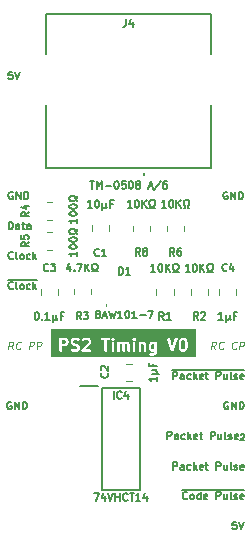
<source format=gbr>
%TF.GenerationSoftware,KiCad,Pcbnew,7.0.5*%
%TF.CreationDate,2023-12-17T19:31:25+02:00*%
%TF.ProjectId,PS2 Timing,50533220-5469-46d6-996e-672e6b696361,rev?*%
%TF.SameCoordinates,Original*%
%TF.FileFunction,Legend,Top*%
%TF.FilePolarity,Positive*%
%FSLAX46Y46*%
G04 Gerber Fmt 4.6, Leading zero omitted, Abs format (unit mm)*
G04 Created by KiCad (PCBNEW 7.0.5) date 2023-12-17 19:31:25*
%MOMM*%
%LPD*%
G01*
G04 APERTURE LIST*
%ADD10C,0.150000*%
%ADD11C,0.200000*%
%ADD12C,0.100000*%
%ADD13C,0.120000*%
G04 APERTURE END LIST*
D10*
X129734018Y-86696763D02*
X129734018Y-86061763D01*
X129734018Y-86061763D02*
X129975923Y-86061763D01*
X129975923Y-86061763D02*
X130036399Y-86092001D01*
X130036399Y-86092001D02*
X130066637Y-86122239D01*
X130066637Y-86122239D02*
X130096875Y-86182715D01*
X130096875Y-86182715D02*
X130096875Y-86273429D01*
X130096875Y-86273429D02*
X130066637Y-86333905D01*
X130066637Y-86333905D02*
X130036399Y-86364144D01*
X130036399Y-86364144D02*
X129975923Y-86394382D01*
X129975923Y-86394382D02*
X129734018Y-86394382D01*
X130641161Y-86696763D02*
X130641161Y-86364144D01*
X130641161Y-86364144D02*
X130610923Y-86303667D01*
X130610923Y-86303667D02*
X130550447Y-86273429D01*
X130550447Y-86273429D02*
X130429494Y-86273429D01*
X130429494Y-86273429D02*
X130369018Y-86303667D01*
X130641161Y-86666525D02*
X130580685Y-86696763D01*
X130580685Y-86696763D02*
X130429494Y-86696763D01*
X130429494Y-86696763D02*
X130369018Y-86666525D01*
X130369018Y-86666525D02*
X130338780Y-86606048D01*
X130338780Y-86606048D02*
X130338780Y-86545572D01*
X130338780Y-86545572D02*
X130369018Y-86485096D01*
X130369018Y-86485096D02*
X130429494Y-86454858D01*
X130429494Y-86454858D02*
X130580685Y-86454858D01*
X130580685Y-86454858D02*
X130641161Y-86424620D01*
X131215685Y-86666525D02*
X131155209Y-86696763D01*
X131155209Y-86696763D02*
X131034256Y-86696763D01*
X131034256Y-86696763D02*
X130973780Y-86666525D01*
X130973780Y-86666525D02*
X130943542Y-86636286D01*
X130943542Y-86636286D02*
X130913304Y-86575810D01*
X130913304Y-86575810D02*
X130913304Y-86394382D01*
X130913304Y-86394382D02*
X130943542Y-86333905D01*
X130943542Y-86333905D02*
X130973780Y-86303667D01*
X130973780Y-86303667D02*
X131034256Y-86273429D01*
X131034256Y-86273429D02*
X131155209Y-86273429D01*
X131155209Y-86273429D02*
X131215685Y-86303667D01*
X131487828Y-86696763D02*
X131487828Y-86061763D01*
X131548304Y-86454858D02*
X131729733Y-86696763D01*
X131729733Y-86273429D02*
X131487828Y-86515334D01*
X132243781Y-86666525D02*
X132183305Y-86696763D01*
X132183305Y-86696763D02*
X132062352Y-86696763D01*
X132062352Y-86696763D02*
X132001876Y-86666525D01*
X132001876Y-86666525D02*
X131971638Y-86606048D01*
X131971638Y-86606048D02*
X131971638Y-86364144D01*
X131971638Y-86364144D02*
X132001876Y-86303667D01*
X132001876Y-86303667D02*
X132062352Y-86273429D01*
X132062352Y-86273429D02*
X132183305Y-86273429D01*
X132183305Y-86273429D02*
X132243781Y-86303667D01*
X132243781Y-86303667D02*
X132274019Y-86364144D01*
X132274019Y-86364144D02*
X132274019Y-86424620D01*
X132274019Y-86424620D02*
X131971638Y-86485096D01*
X132455448Y-86273429D02*
X132697352Y-86273429D01*
X132546162Y-86061763D02*
X132546162Y-86606048D01*
X132546162Y-86606048D02*
X132576400Y-86666525D01*
X132576400Y-86666525D02*
X132636876Y-86696763D01*
X132636876Y-86696763D02*
X132697352Y-86696763D01*
X133392829Y-86696763D02*
X133392829Y-86061763D01*
X133392829Y-86061763D02*
X133634734Y-86061763D01*
X133634734Y-86061763D02*
X133695210Y-86092001D01*
X133695210Y-86092001D02*
X133725448Y-86122239D01*
X133725448Y-86122239D02*
X133755686Y-86182715D01*
X133755686Y-86182715D02*
X133755686Y-86273429D01*
X133755686Y-86273429D02*
X133725448Y-86333905D01*
X133725448Y-86333905D02*
X133695210Y-86364144D01*
X133695210Y-86364144D02*
X133634734Y-86394382D01*
X133634734Y-86394382D02*
X133392829Y-86394382D01*
X134299972Y-86273429D02*
X134299972Y-86696763D01*
X134027829Y-86273429D02*
X134027829Y-86606048D01*
X134027829Y-86606048D02*
X134058067Y-86666525D01*
X134058067Y-86666525D02*
X134118543Y-86696763D01*
X134118543Y-86696763D02*
X134209258Y-86696763D01*
X134209258Y-86696763D02*
X134269734Y-86666525D01*
X134269734Y-86666525D02*
X134299972Y-86636286D01*
X134693067Y-86696763D02*
X134632591Y-86666525D01*
X134632591Y-86666525D02*
X134602353Y-86606048D01*
X134602353Y-86606048D02*
X134602353Y-86061763D01*
X134904734Y-86666525D02*
X134965210Y-86696763D01*
X134965210Y-86696763D02*
X135086162Y-86696763D01*
X135086162Y-86696763D02*
X135146639Y-86666525D01*
X135146639Y-86666525D02*
X135176877Y-86606048D01*
X135176877Y-86606048D02*
X135176877Y-86575810D01*
X135176877Y-86575810D02*
X135146639Y-86515334D01*
X135146639Y-86515334D02*
X135086162Y-86485096D01*
X135086162Y-86485096D02*
X134995448Y-86485096D01*
X134995448Y-86485096D02*
X134934972Y-86454858D01*
X134934972Y-86454858D02*
X134904734Y-86394382D01*
X134904734Y-86394382D02*
X134904734Y-86364144D01*
X134904734Y-86364144D02*
X134934972Y-86303667D01*
X134934972Y-86303667D02*
X134995448Y-86273429D01*
X134995448Y-86273429D02*
X135086162Y-86273429D01*
X135086162Y-86273429D02*
X135146639Y-86303667D01*
X135690925Y-86666525D02*
X135630449Y-86696763D01*
X135630449Y-86696763D02*
X135509496Y-86696763D01*
X135509496Y-86696763D02*
X135449020Y-86666525D01*
X135449020Y-86666525D02*
X135418782Y-86606048D01*
X135418782Y-86606048D02*
X135418782Y-86364144D01*
X135418782Y-86364144D02*
X135449020Y-86303667D01*
X135449020Y-86303667D02*
X135509496Y-86273429D01*
X135509496Y-86273429D02*
X135630449Y-86273429D01*
X135630449Y-86273429D02*
X135690925Y-86303667D01*
X135690925Y-86303667D02*
X135721163Y-86364144D01*
X135721163Y-86364144D02*
X135721163Y-86424620D01*
X135721163Y-86424620D02*
X135418782Y-86485096D01*
X130943542Y-89125486D02*
X130913304Y-89155725D01*
X130913304Y-89155725D02*
X130822590Y-89185963D01*
X130822590Y-89185963D02*
X130762114Y-89185963D01*
X130762114Y-89185963D02*
X130671399Y-89155725D01*
X130671399Y-89155725D02*
X130610923Y-89095248D01*
X130610923Y-89095248D02*
X130580685Y-89034772D01*
X130580685Y-89034772D02*
X130550447Y-88913820D01*
X130550447Y-88913820D02*
X130550447Y-88823105D01*
X130550447Y-88823105D02*
X130580685Y-88702153D01*
X130580685Y-88702153D02*
X130610923Y-88641677D01*
X130610923Y-88641677D02*
X130671399Y-88581201D01*
X130671399Y-88581201D02*
X130762114Y-88550963D01*
X130762114Y-88550963D02*
X130822590Y-88550963D01*
X130822590Y-88550963D02*
X130913304Y-88581201D01*
X130913304Y-88581201D02*
X130943542Y-88611439D01*
X131306399Y-89185963D02*
X131245923Y-89155725D01*
X131245923Y-89155725D02*
X131215685Y-89125486D01*
X131215685Y-89125486D02*
X131185447Y-89065010D01*
X131185447Y-89065010D02*
X131185447Y-88883582D01*
X131185447Y-88883582D02*
X131215685Y-88823105D01*
X131215685Y-88823105D02*
X131245923Y-88792867D01*
X131245923Y-88792867D02*
X131306399Y-88762629D01*
X131306399Y-88762629D02*
X131397114Y-88762629D01*
X131397114Y-88762629D02*
X131457590Y-88792867D01*
X131457590Y-88792867D02*
X131487828Y-88823105D01*
X131487828Y-88823105D02*
X131518066Y-88883582D01*
X131518066Y-88883582D02*
X131518066Y-89065010D01*
X131518066Y-89065010D02*
X131487828Y-89125486D01*
X131487828Y-89125486D02*
X131457590Y-89155725D01*
X131457590Y-89155725D02*
X131397114Y-89185963D01*
X131397114Y-89185963D02*
X131306399Y-89185963D01*
X132062352Y-89185963D02*
X132062352Y-88550963D01*
X132062352Y-89155725D02*
X132001876Y-89185963D01*
X132001876Y-89185963D02*
X131880923Y-89185963D01*
X131880923Y-89185963D02*
X131820447Y-89155725D01*
X131820447Y-89155725D02*
X131790209Y-89125486D01*
X131790209Y-89125486D02*
X131759971Y-89065010D01*
X131759971Y-89065010D02*
X131759971Y-88883582D01*
X131759971Y-88883582D02*
X131790209Y-88823105D01*
X131790209Y-88823105D02*
X131820447Y-88792867D01*
X131820447Y-88792867D02*
X131880923Y-88762629D01*
X131880923Y-88762629D02*
X132001876Y-88762629D01*
X132001876Y-88762629D02*
X132062352Y-88792867D01*
X132606638Y-89155725D02*
X132546162Y-89185963D01*
X132546162Y-89185963D02*
X132425209Y-89185963D01*
X132425209Y-89185963D02*
X132364733Y-89155725D01*
X132364733Y-89155725D02*
X132334495Y-89095248D01*
X132334495Y-89095248D02*
X132334495Y-88853344D01*
X132334495Y-88853344D02*
X132364733Y-88792867D01*
X132364733Y-88792867D02*
X132425209Y-88762629D01*
X132425209Y-88762629D02*
X132546162Y-88762629D01*
X132546162Y-88762629D02*
X132606638Y-88792867D01*
X132606638Y-88792867D02*
X132636876Y-88853344D01*
X132636876Y-88853344D02*
X132636876Y-88913820D01*
X132636876Y-88913820D02*
X132334495Y-88974296D01*
X133392829Y-89185963D02*
X133392829Y-88550963D01*
X133392829Y-88550963D02*
X133634734Y-88550963D01*
X133634734Y-88550963D02*
X133695210Y-88581201D01*
X133695210Y-88581201D02*
X133725448Y-88611439D01*
X133725448Y-88611439D02*
X133755686Y-88671915D01*
X133755686Y-88671915D02*
X133755686Y-88762629D01*
X133755686Y-88762629D02*
X133725448Y-88823105D01*
X133725448Y-88823105D02*
X133695210Y-88853344D01*
X133695210Y-88853344D02*
X133634734Y-88883582D01*
X133634734Y-88883582D02*
X133392829Y-88883582D01*
X134299972Y-88762629D02*
X134299972Y-89185963D01*
X134027829Y-88762629D02*
X134027829Y-89095248D01*
X134027829Y-89095248D02*
X134058067Y-89155725D01*
X134058067Y-89155725D02*
X134118543Y-89185963D01*
X134118543Y-89185963D02*
X134209258Y-89185963D01*
X134209258Y-89185963D02*
X134269734Y-89155725D01*
X134269734Y-89155725D02*
X134299972Y-89125486D01*
X134693067Y-89185963D02*
X134632591Y-89155725D01*
X134632591Y-89155725D02*
X134602353Y-89095248D01*
X134602353Y-89095248D02*
X134602353Y-88550963D01*
X134904734Y-89155725D02*
X134965210Y-89185963D01*
X134965210Y-89185963D02*
X135086162Y-89185963D01*
X135086162Y-89185963D02*
X135146639Y-89155725D01*
X135146639Y-89155725D02*
X135176877Y-89095248D01*
X135176877Y-89095248D02*
X135176877Y-89065010D01*
X135176877Y-89065010D02*
X135146639Y-89004534D01*
X135146639Y-89004534D02*
X135086162Y-88974296D01*
X135086162Y-88974296D02*
X134995448Y-88974296D01*
X134995448Y-88974296D02*
X134934972Y-88944058D01*
X134934972Y-88944058D02*
X134904734Y-88883582D01*
X134904734Y-88883582D02*
X134904734Y-88853344D01*
X134904734Y-88853344D02*
X134934972Y-88792867D01*
X134934972Y-88792867D02*
X134995448Y-88762629D01*
X134995448Y-88762629D02*
X135086162Y-88762629D01*
X135086162Y-88762629D02*
X135146639Y-88792867D01*
X135690925Y-89155725D02*
X135630449Y-89185963D01*
X135630449Y-89185963D02*
X135509496Y-89185963D01*
X135509496Y-89185963D02*
X135449020Y-89155725D01*
X135449020Y-89155725D02*
X135418782Y-89095248D01*
X135418782Y-89095248D02*
X135418782Y-88853344D01*
X135418782Y-88853344D02*
X135449020Y-88792867D01*
X135449020Y-88792867D02*
X135509496Y-88762629D01*
X135509496Y-88762629D02*
X135630449Y-88762629D01*
X135630449Y-88762629D02*
X135690925Y-88792867D01*
X135690925Y-88792867D02*
X135721163Y-88853344D01*
X135721163Y-88853344D02*
X135721163Y-88913820D01*
X135721163Y-88913820D02*
X135418782Y-88974296D01*
X130492995Y-88374675D02*
X135778616Y-88374675D01*
X134390687Y-80961201D02*
X134330211Y-80930963D01*
X134330211Y-80930963D02*
X134239497Y-80930963D01*
X134239497Y-80930963D02*
X134148782Y-80961201D01*
X134148782Y-80961201D02*
X134088306Y-81021677D01*
X134088306Y-81021677D02*
X134058068Y-81082153D01*
X134058068Y-81082153D02*
X134027830Y-81203105D01*
X134027830Y-81203105D02*
X134027830Y-81293820D01*
X134027830Y-81293820D02*
X134058068Y-81414772D01*
X134058068Y-81414772D02*
X134088306Y-81475248D01*
X134088306Y-81475248D02*
X134148782Y-81535725D01*
X134148782Y-81535725D02*
X134239497Y-81565963D01*
X134239497Y-81565963D02*
X134299973Y-81565963D01*
X134299973Y-81565963D02*
X134390687Y-81535725D01*
X134390687Y-81535725D02*
X134420925Y-81505486D01*
X134420925Y-81505486D02*
X134420925Y-81293820D01*
X134420925Y-81293820D02*
X134299973Y-81293820D01*
X134693068Y-81565963D02*
X134693068Y-80930963D01*
X134693068Y-80930963D02*
X135055925Y-81565963D01*
X135055925Y-81565963D02*
X135055925Y-80930963D01*
X135358306Y-81565963D02*
X135358306Y-80930963D01*
X135358306Y-80930963D02*
X135509496Y-80930963D01*
X135509496Y-80930963D02*
X135600211Y-80961201D01*
X135600211Y-80961201D02*
X135660687Y-81021677D01*
X135660687Y-81021677D02*
X135690925Y-81082153D01*
X135690925Y-81082153D02*
X135721163Y-81203105D01*
X135721163Y-81203105D02*
X135721163Y-81293820D01*
X135721163Y-81293820D02*
X135690925Y-81414772D01*
X135690925Y-81414772D02*
X135660687Y-81475248D01*
X135660687Y-81475248D02*
X135600211Y-81535725D01*
X135600211Y-81535725D02*
X135509496Y-81565963D01*
X135509496Y-81565963D02*
X135358306Y-81565963D01*
X129250208Y-84105963D02*
X129250208Y-83470963D01*
X129250208Y-83470963D02*
X129492113Y-83470963D01*
X129492113Y-83470963D02*
X129552589Y-83501201D01*
X129552589Y-83501201D02*
X129582827Y-83531439D01*
X129582827Y-83531439D02*
X129613065Y-83591915D01*
X129613065Y-83591915D02*
X129613065Y-83682629D01*
X129613065Y-83682629D02*
X129582827Y-83743105D01*
X129582827Y-83743105D02*
X129552589Y-83773344D01*
X129552589Y-83773344D02*
X129492113Y-83803582D01*
X129492113Y-83803582D02*
X129250208Y-83803582D01*
X130157351Y-84105963D02*
X130157351Y-83773344D01*
X130157351Y-83773344D02*
X130127113Y-83712867D01*
X130127113Y-83712867D02*
X130066637Y-83682629D01*
X130066637Y-83682629D02*
X129945684Y-83682629D01*
X129945684Y-83682629D02*
X129885208Y-83712867D01*
X130157351Y-84075725D02*
X130096875Y-84105963D01*
X130096875Y-84105963D02*
X129945684Y-84105963D01*
X129945684Y-84105963D02*
X129885208Y-84075725D01*
X129885208Y-84075725D02*
X129854970Y-84015248D01*
X129854970Y-84015248D02*
X129854970Y-83954772D01*
X129854970Y-83954772D02*
X129885208Y-83894296D01*
X129885208Y-83894296D02*
X129945684Y-83864058D01*
X129945684Y-83864058D02*
X130096875Y-83864058D01*
X130096875Y-83864058D02*
X130157351Y-83833820D01*
X130731875Y-84075725D02*
X130671399Y-84105963D01*
X130671399Y-84105963D02*
X130550446Y-84105963D01*
X130550446Y-84105963D02*
X130489970Y-84075725D01*
X130489970Y-84075725D02*
X130459732Y-84045486D01*
X130459732Y-84045486D02*
X130429494Y-83985010D01*
X130429494Y-83985010D02*
X130429494Y-83803582D01*
X130429494Y-83803582D02*
X130459732Y-83743105D01*
X130459732Y-83743105D02*
X130489970Y-83712867D01*
X130489970Y-83712867D02*
X130550446Y-83682629D01*
X130550446Y-83682629D02*
X130671399Y-83682629D01*
X130671399Y-83682629D02*
X130731875Y-83712867D01*
X131004018Y-84105963D02*
X131004018Y-83470963D01*
X131064494Y-83864058D02*
X131245923Y-84105963D01*
X131245923Y-83682629D02*
X131004018Y-83924534D01*
X131759971Y-84075725D02*
X131699495Y-84105963D01*
X131699495Y-84105963D02*
X131578542Y-84105963D01*
X131578542Y-84105963D02*
X131518066Y-84075725D01*
X131518066Y-84075725D02*
X131487828Y-84015248D01*
X131487828Y-84015248D02*
X131487828Y-83773344D01*
X131487828Y-83773344D02*
X131518066Y-83712867D01*
X131518066Y-83712867D02*
X131578542Y-83682629D01*
X131578542Y-83682629D02*
X131699495Y-83682629D01*
X131699495Y-83682629D02*
X131759971Y-83712867D01*
X131759971Y-83712867D02*
X131790209Y-83773344D01*
X131790209Y-83773344D02*
X131790209Y-83833820D01*
X131790209Y-83833820D02*
X131487828Y-83894296D01*
X131971638Y-83682629D02*
X132213542Y-83682629D01*
X132062352Y-83470963D02*
X132062352Y-84015248D01*
X132062352Y-84015248D02*
X132092590Y-84075725D01*
X132092590Y-84075725D02*
X132153066Y-84105963D01*
X132153066Y-84105963D02*
X132213542Y-84105963D01*
X132909019Y-84105963D02*
X132909019Y-83470963D01*
X132909019Y-83470963D02*
X133150924Y-83470963D01*
X133150924Y-83470963D02*
X133211400Y-83501201D01*
X133211400Y-83501201D02*
X133241638Y-83531439D01*
X133241638Y-83531439D02*
X133271876Y-83591915D01*
X133271876Y-83591915D02*
X133271876Y-83682629D01*
X133271876Y-83682629D02*
X133241638Y-83743105D01*
X133241638Y-83743105D02*
X133211400Y-83773344D01*
X133211400Y-83773344D02*
X133150924Y-83803582D01*
X133150924Y-83803582D02*
X132909019Y-83803582D01*
X133816162Y-83682629D02*
X133816162Y-84105963D01*
X133544019Y-83682629D02*
X133544019Y-84015248D01*
X133544019Y-84015248D02*
X133574257Y-84075725D01*
X133574257Y-84075725D02*
X133634733Y-84105963D01*
X133634733Y-84105963D02*
X133725448Y-84105963D01*
X133725448Y-84105963D02*
X133785924Y-84075725D01*
X133785924Y-84075725D02*
X133816162Y-84045486D01*
X134209257Y-84105963D02*
X134148781Y-84075725D01*
X134148781Y-84075725D02*
X134118543Y-84015248D01*
X134118543Y-84015248D02*
X134118543Y-83470963D01*
X134420924Y-84075725D02*
X134481400Y-84105963D01*
X134481400Y-84105963D02*
X134602352Y-84105963D01*
X134602352Y-84105963D02*
X134662829Y-84075725D01*
X134662829Y-84075725D02*
X134693067Y-84015248D01*
X134693067Y-84015248D02*
X134693067Y-83985010D01*
X134693067Y-83985010D02*
X134662829Y-83924534D01*
X134662829Y-83924534D02*
X134602352Y-83894296D01*
X134602352Y-83894296D02*
X134511638Y-83894296D01*
X134511638Y-83894296D02*
X134451162Y-83864058D01*
X134451162Y-83864058D02*
X134420924Y-83803582D01*
X134420924Y-83803582D02*
X134420924Y-83773344D01*
X134420924Y-83773344D02*
X134451162Y-83712867D01*
X134451162Y-83712867D02*
X134511638Y-83682629D01*
X134511638Y-83682629D02*
X134602352Y-83682629D01*
X134602352Y-83682629D02*
X134662829Y-83712867D01*
X135207115Y-84075725D02*
X135146639Y-84105963D01*
X135146639Y-84105963D02*
X135025686Y-84105963D01*
X135025686Y-84105963D02*
X134965210Y-84075725D01*
X134965210Y-84075725D02*
X134934972Y-84015248D01*
X134934972Y-84015248D02*
X134934972Y-83773344D01*
X134934972Y-83773344D02*
X134965210Y-83712867D01*
X134965210Y-83712867D02*
X135025686Y-83682629D01*
X135025686Y-83682629D02*
X135146639Y-83682629D01*
X135146639Y-83682629D02*
X135207115Y-83712867D01*
X135207115Y-83712867D02*
X135237353Y-83773344D01*
X135237353Y-83773344D02*
X135237353Y-83833820D01*
X135237353Y-83833820D02*
X134934972Y-83894296D01*
X135455067Y-83716496D02*
X135479258Y-83692305D01*
X135479258Y-83692305D02*
X135527639Y-83668115D01*
X135527639Y-83668115D02*
X135648591Y-83668115D01*
X135648591Y-83668115D02*
X135696972Y-83692305D01*
X135696972Y-83692305D02*
X135721163Y-83716496D01*
X135721163Y-83716496D02*
X135745353Y-83764877D01*
X135745353Y-83764877D02*
X135745353Y-83813258D01*
X135745353Y-83813258D02*
X135721163Y-83885829D01*
X135721163Y-83885829D02*
X135430877Y-84176115D01*
X135430877Y-84176115D02*
X135745353Y-84176115D01*
X115819874Y-66325963D02*
X115819874Y-65690963D01*
X115819874Y-65690963D02*
X115971064Y-65690963D01*
X115971064Y-65690963D02*
X116061779Y-65721201D01*
X116061779Y-65721201D02*
X116122255Y-65781677D01*
X116122255Y-65781677D02*
X116152493Y-65842153D01*
X116152493Y-65842153D02*
X116182731Y-65963105D01*
X116182731Y-65963105D02*
X116182731Y-66053820D01*
X116182731Y-66053820D02*
X116152493Y-66174772D01*
X116152493Y-66174772D02*
X116122255Y-66235248D01*
X116122255Y-66235248D02*
X116061779Y-66295725D01*
X116061779Y-66295725D02*
X115971064Y-66325963D01*
X115971064Y-66325963D02*
X115819874Y-66325963D01*
X116727017Y-66325963D02*
X116727017Y-65993344D01*
X116727017Y-65993344D02*
X116696779Y-65932867D01*
X116696779Y-65932867D02*
X116636303Y-65902629D01*
X116636303Y-65902629D02*
X116515350Y-65902629D01*
X116515350Y-65902629D02*
X116454874Y-65932867D01*
X116727017Y-66295725D02*
X116666541Y-66325963D01*
X116666541Y-66325963D02*
X116515350Y-66325963D01*
X116515350Y-66325963D02*
X116454874Y-66295725D01*
X116454874Y-66295725D02*
X116424636Y-66235248D01*
X116424636Y-66235248D02*
X116424636Y-66174772D01*
X116424636Y-66174772D02*
X116454874Y-66114296D01*
X116454874Y-66114296D02*
X116515350Y-66084058D01*
X116515350Y-66084058D02*
X116666541Y-66084058D01*
X116666541Y-66084058D02*
X116727017Y-66053820D01*
X116938684Y-65902629D02*
X117180588Y-65902629D01*
X117029398Y-65690963D02*
X117029398Y-66235248D01*
X117029398Y-66235248D02*
X117059636Y-66295725D01*
X117059636Y-66295725D02*
X117120112Y-66325963D01*
X117120112Y-66325963D02*
X117180588Y-66325963D01*
X117664398Y-66325963D02*
X117664398Y-65993344D01*
X117664398Y-65993344D02*
X117634160Y-65932867D01*
X117634160Y-65932867D02*
X117573684Y-65902629D01*
X117573684Y-65902629D02*
X117452731Y-65902629D01*
X117452731Y-65902629D02*
X117392255Y-65932867D01*
X117664398Y-66295725D02*
X117603922Y-66325963D01*
X117603922Y-66325963D02*
X117452731Y-66325963D01*
X117452731Y-66325963D02*
X117392255Y-66295725D01*
X117392255Y-66295725D02*
X117362017Y-66235248D01*
X117362017Y-66235248D02*
X117362017Y-66174772D01*
X117362017Y-66174772D02*
X117392255Y-66114296D01*
X117392255Y-66114296D02*
X117452731Y-66084058D01*
X117452731Y-66084058D02*
X117603922Y-66084058D01*
X117603922Y-66084058D02*
X117664398Y-66053820D01*
X135095839Y-91090963D02*
X134793458Y-91090963D01*
X134793458Y-91090963D02*
X134763220Y-91393344D01*
X134763220Y-91393344D02*
X134793458Y-91363105D01*
X134793458Y-91363105D02*
X134853934Y-91332867D01*
X134853934Y-91332867D02*
X135005125Y-91332867D01*
X135005125Y-91332867D02*
X135065601Y-91363105D01*
X135065601Y-91363105D02*
X135095839Y-91393344D01*
X135095839Y-91393344D02*
X135126077Y-91453820D01*
X135126077Y-91453820D02*
X135126077Y-91605010D01*
X135126077Y-91605010D02*
X135095839Y-91665486D01*
X135095839Y-91665486D02*
X135065601Y-91695725D01*
X135065601Y-91695725D02*
X135005125Y-91725963D01*
X135005125Y-91725963D02*
X134853934Y-91725963D01*
X134853934Y-91725963D02*
X134793458Y-91695725D01*
X134793458Y-91695725D02*
X134763220Y-91665486D01*
X135307506Y-91090963D02*
X135519172Y-91725963D01*
X135519172Y-91725963D02*
X135730839Y-91090963D01*
X129734018Y-79025963D02*
X129734018Y-78390963D01*
X129734018Y-78390963D02*
X129975923Y-78390963D01*
X129975923Y-78390963D02*
X130036399Y-78421201D01*
X130036399Y-78421201D02*
X130066637Y-78451439D01*
X130066637Y-78451439D02*
X130096875Y-78511915D01*
X130096875Y-78511915D02*
X130096875Y-78602629D01*
X130096875Y-78602629D02*
X130066637Y-78663105D01*
X130066637Y-78663105D02*
X130036399Y-78693344D01*
X130036399Y-78693344D02*
X129975923Y-78723582D01*
X129975923Y-78723582D02*
X129734018Y-78723582D01*
X130641161Y-79025963D02*
X130641161Y-78693344D01*
X130641161Y-78693344D02*
X130610923Y-78632867D01*
X130610923Y-78632867D02*
X130550447Y-78602629D01*
X130550447Y-78602629D02*
X130429494Y-78602629D01*
X130429494Y-78602629D02*
X130369018Y-78632867D01*
X130641161Y-78995725D02*
X130580685Y-79025963D01*
X130580685Y-79025963D02*
X130429494Y-79025963D01*
X130429494Y-79025963D02*
X130369018Y-78995725D01*
X130369018Y-78995725D02*
X130338780Y-78935248D01*
X130338780Y-78935248D02*
X130338780Y-78874772D01*
X130338780Y-78874772D02*
X130369018Y-78814296D01*
X130369018Y-78814296D02*
X130429494Y-78784058D01*
X130429494Y-78784058D02*
X130580685Y-78784058D01*
X130580685Y-78784058D02*
X130641161Y-78753820D01*
X131215685Y-78995725D02*
X131155209Y-79025963D01*
X131155209Y-79025963D02*
X131034256Y-79025963D01*
X131034256Y-79025963D02*
X130973780Y-78995725D01*
X130973780Y-78995725D02*
X130943542Y-78965486D01*
X130943542Y-78965486D02*
X130913304Y-78905010D01*
X130913304Y-78905010D02*
X130913304Y-78723582D01*
X130913304Y-78723582D02*
X130943542Y-78663105D01*
X130943542Y-78663105D02*
X130973780Y-78632867D01*
X130973780Y-78632867D02*
X131034256Y-78602629D01*
X131034256Y-78602629D02*
X131155209Y-78602629D01*
X131155209Y-78602629D02*
X131215685Y-78632867D01*
X131487828Y-79025963D02*
X131487828Y-78390963D01*
X131548304Y-78784058D02*
X131729733Y-79025963D01*
X131729733Y-78602629D02*
X131487828Y-78844534D01*
X132243781Y-78995725D02*
X132183305Y-79025963D01*
X132183305Y-79025963D02*
X132062352Y-79025963D01*
X132062352Y-79025963D02*
X132001876Y-78995725D01*
X132001876Y-78995725D02*
X131971638Y-78935248D01*
X131971638Y-78935248D02*
X131971638Y-78693344D01*
X131971638Y-78693344D02*
X132001876Y-78632867D01*
X132001876Y-78632867D02*
X132062352Y-78602629D01*
X132062352Y-78602629D02*
X132183305Y-78602629D01*
X132183305Y-78602629D02*
X132243781Y-78632867D01*
X132243781Y-78632867D02*
X132274019Y-78693344D01*
X132274019Y-78693344D02*
X132274019Y-78753820D01*
X132274019Y-78753820D02*
X131971638Y-78814296D01*
X132455448Y-78602629D02*
X132697352Y-78602629D01*
X132546162Y-78390963D02*
X132546162Y-78935248D01*
X132546162Y-78935248D02*
X132576400Y-78995725D01*
X132576400Y-78995725D02*
X132636876Y-79025963D01*
X132636876Y-79025963D02*
X132697352Y-79025963D01*
X133392829Y-79025963D02*
X133392829Y-78390963D01*
X133392829Y-78390963D02*
X133634734Y-78390963D01*
X133634734Y-78390963D02*
X133695210Y-78421201D01*
X133695210Y-78421201D02*
X133725448Y-78451439D01*
X133725448Y-78451439D02*
X133755686Y-78511915D01*
X133755686Y-78511915D02*
X133755686Y-78602629D01*
X133755686Y-78602629D02*
X133725448Y-78663105D01*
X133725448Y-78663105D02*
X133695210Y-78693344D01*
X133695210Y-78693344D02*
X133634734Y-78723582D01*
X133634734Y-78723582D02*
X133392829Y-78723582D01*
X134299972Y-78602629D02*
X134299972Y-79025963D01*
X134027829Y-78602629D02*
X134027829Y-78935248D01*
X134027829Y-78935248D02*
X134058067Y-78995725D01*
X134058067Y-78995725D02*
X134118543Y-79025963D01*
X134118543Y-79025963D02*
X134209258Y-79025963D01*
X134209258Y-79025963D02*
X134269734Y-78995725D01*
X134269734Y-78995725D02*
X134299972Y-78965486D01*
X134693067Y-79025963D02*
X134632591Y-78995725D01*
X134632591Y-78995725D02*
X134602353Y-78935248D01*
X134602353Y-78935248D02*
X134602353Y-78390963D01*
X134904734Y-78995725D02*
X134965210Y-79025963D01*
X134965210Y-79025963D02*
X135086162Y-79025963D01*
X135086162Y-79025963D02*
X135146639Y-78995725D01*
X135146639Y-78995725D02*
X135176877Y-78935248D01*
X135176877Y-78935248D02*
X135176877Y-78905010D01*
X135176877Y-78905010D02*
X135146639Y-78844534D01*
X135146639Y-78844534D02*
X135086162Y-78814296D01*
X135086162Y-78814296D02*
X134995448Y-78814296D01*
X134995448Y-78814296D02*
X134934972Y-78784058D01*
X134934972Y-78784058D02*
X134904734Y-78723582D01*
X134904734Y-78723582D02*
X134904734Y-78693344D01*
X134904734Y-78693344D02*
X134934972Y-78632867D01*
X134934972Y-78632867D02*
X134995448Y-78602629D01*
X134995448Y-78602629D02*
X135086162Y-78602629D01*
X135086162Y-78602629D02*
X135146639Y-78632867D01*
X135690925Y-78995725D02*
X135630449Y-79025963D01*
X135630449Y-79025963D02*
X135509496Y-79025963D01*
X135509496Y-79025963D02*
X135449020Y-78995725D01*
X135449020Y-78995725D02*
X135418782Y-78935248D01*
X135418782Y-78935248D02*
X135418782Y-78693344D01*
X135418782Y-78693344D02*
X135449020Y-78632867D01*
X135449020Y-78632867D02*
X135509496Y-78602629D01*
X135509496Y-78602629D02*
X135630449Y-78602629D01*
X135630449Y-78602629D02*
X135690925Y-78632867D01*
X135690925Y-78632867D02*
X135721163Y-78693344D01*
X135721163Y-78693344D02*
X135721163Y-78753820D01*
X135721163Y-78753820D02*
X135418782Y-78814296D01*
X129646328Y-78214675D02*
X135778616Y-78214675D01*
X116152493Y-63181201D02*
X116092017Y-63150963D01*
X116092017Y-63150963D02*
X116001303Y-63150963D01*
X116001303Y-63150963D02*
X115910588Y-63181201D01*
X115910588Y-63181201D02*
X115850112Y-63241677D01*
X115850112Y-63241677D02*
X115819874Y-63302153D01*
X115819874Y-63302153D02*
X115789636Y-63423105D01*
X115789636Y-63423105D02*
X115789636Y-63513820D01*
X115789636Y-63513820D02*
X115819874Y-63634772D01*
X115819874Y-63634772D02*
X115850112Y-63695248D01*
X115850112Y-63695248D02*
X115910588Y-63755725D01*
X115910588Y-63755725D02*
X116001303Y-63785963D01*
X116001303Y-63785963D02*
X116061779Y-63785963D01*
X116061779Y-63785963D02*
X116152493Y-63755725D01*
X116152493Y-63755725D02*
X116182731Y-63725486D01*
X116182731Y-63725486D02*
X116182731Y-63513820D01*
X116182731Y-63513820D02*
X116061779Y-63513820D01*
X116454874Y-63785963D02*
X116454874Y-63150963D01*
X116454874Y-63150963D02*
X116817731Y-63785963D01*
X116817731Y-63785963D02*
X116817731Y-63150963D01*
X117120112Y-63785963D02*
X117120112Y-63150963D01*
X117120112Y-63150963D02*
X117271302Y-63150963D01*
X117271302Y-63150963D02*
X117362017Y-63181201D01*
X117362017Y-63181201D02*
X117422493Y-63241677D01*
X117422493Y-63241677D02*
X117452731Y-63302153D01*
X117452731Y-63302153D02*
X117482969Y-63423105D01*
X117482969Y-63423105D02*
X117482969Y-63513820D01*
X117482969Y-63513820D02*
X117452731Y-63634772D01*
X117452731Y-63634772D02*
X117422493Y-63695248D01*
X117422493Y-63695248D02*
X117362017Y-63755725D01*
X117362017Y-63755725D02*
X117271302Y-63785963D01*
X117271302Y-63785963D02*
X117120112Y-63785963D01*
D11*
G36*
X128156494Y-76047974D02*
G01*
X128156494Y-76495796D01*
X128137650Y-76505219D01*
X127994386Y-76505219D01*
X127934779Y-76475415D01*
X127910108Y-76450743D01*
X127880303Y-76391135D01*
X127880303Y-76152634D01*
X127910108Y-76093025D01*
X127934778Y-76068356D01*
X127994386Y-76038552D01*
X128137650Y-76038552D01*
X128156494Y-76047974D01*
G37*
G36*
X130673449Y-75735023D02*
G01*
X130698119Y-75759693D01*
X130733570Y-75830595D01*
X130775542Y-75998482D01*
X130775542Y-76211953D01*
X130733569Y-76379842D01*
X130698119Y-76450743D01*
X130673448Y-76475414D01*
X130613841Y-76505219D01*
X130565815Y-76505219D01*
X130506208Y-76475415D01*
X130481537Y-76450743D01*
X130446085Y-76379840D01*
X130404114Y-76211954D01*
X130404114Y-75998483D01*
X130446085Y-75830595D01*
X130481537Y-75759692D01*
X130506206Y-75735023D01*
X130565815Y-75705219D01*
X130613841Y-75705219D01*
X130673449Y-75735023D01*
G37*
G36*
X120625830Y-75735023D02*
G01*
X120650500Y-75759693D01*
X120680304Y-75819301D01*
X120680304Y-75914945D01*
X120650500Y-75974553D01*
X120625830Y-75999223D01*
X120566222Y-76029028D01*
X120308876Y-76029028D01*
X120308876Y-75705219D01*
X120566222Y-75705219D01*
X120625830Y-75735023D01*
G37*
G36*
X131658876Y-77180857D02*
G01*
X119377924Y-77180857D01*
X119377924Y-76143860D01*
X120105715Y-76143860D01*
X120108876Y-76150781D01*
X120108876Y-76619598D01*
X120121199Y-76661566D01*
X120165581Y-76700023D01*
X120223708Y-76708380D01*
X120277127Y-76683985D01*
X120308876Y-76634582D01*
X120308876Y-76229028D01*
X120584443Y-76229028D01*
X120608286Y-76231602D01*
X120626562Y-76222463D01*
X120646175Y-76216705D01*
X120652363Y-76209563D01*
X120718571Y-76176459D01*
X120735014Y-76172882D01*
X120754493Y-76153402D01*
X120774674Y-76134631D01*
X120775158Y-76132737D01*
X120794529Y-76113366D01*
X120808996Y-76104774D01*
X120821314Y-76080137D01*
X120834525Y-76055944D01*
X120834385Y-76053995D01*
X120867338Y-75988090D01*
X120880304Y-75967915D01*
X120880304Y-75947479D01*
X120883924Y-75927364D01*
X120880303Y-75918635D01*
X120880304Y-75806883D01*
X121057637Y-75806883D01*
X121061257Y-75815611D01*
X121061257Y-75885547D01*
X121058683Y-75909391D01*
X121067821Y-75927667D01*
X121073580Y-75947280D01*
X121080721Y-75953468D01*
X121113825Y-76019676D01*
X121117403Y-76036119D01*
X121136882Y-76055598D01*
X121155654Y-76075779D01*
X121157547Y-76076263D01*
X121176918Y-76095634D01*
X121185511Y-76110101D01*
X121210147Y-76122419D01*
X121234341Y-76135630D01*
X121236289Y-76135490D01*
X121291079Y-76162885D01*
X121298993Y-76171302D01*
X121316831Y-76175761D01*
X121319872Y-76177282D01*
X121330726Y-76179235D01*
X121507308Y-76223380D01*
X121578211Y-76258832D01*
X121602881Y-76283502D01*
X121632685Y-76343109D01*
X121632685Y-76391135D01*
X121602881Y-76450743D01*
X121578210Y-76475414D01*
X121518603Y-76505219D01*
X121320341Y-76505219D01*
X121179239Y-76458185D01*
X121135527Y-76456604D01*
X121085009Y-76486547D01*
X121058700Y-76539048D01*
X121064950Y-76597441D01*
X121101778Y-76643183D01*
X121260595Y-76696121D01*
X121274751Y-76705219D01*
X121302306Y-76705219D01*
X121329843Y-76706215D01*
X121331523Y-76705219D01*
X121536824Y-76705219D01*
X121560667Y-76707793D01*
X121578943Y-76698654D01*
X121598556Y-76692896D01*
X121604744Y-76685754D01*
X121670952Y-76652650D01*
X121687396Y-76649073D01*
X121706881Y-76629587D01*
X121717133Y-76620051D01*
X121962858Y-76620051D01*
X121967560Y-76630348D01*
X121968368Y-76641641D01*
X121979521Y-76656540D01*
X121987253Y-76673470D01*
X121996776Y-76679590D01*
X122003561Y-76688653D01*
X122020999Y-76695157D01*
X122036656Y-76705219D01*
X122047975Y-76705219D01*
X122058584Y-76709176D01*
X122076772Y-76705219D01*
X122699445Y-76705219D01*
X122741413Y-76692896D01*
X122779870Y-76648514D01*
X122788227Y-76590387D01*
X122763832Y-76536968D01*
X122714429Y-76505219D01*
X122307440Y-76505219D01*
X122704346Y-76108311D01*
X122723030Y-76093269D01*
X122729492Y-76073881D01*
X122739287Y-76055944D01*
X122738613Y-76046519D01*
X122775968Y-75934451D01*
X122785066Y-75920296D01*
X122785066Y-75892741D01*
X122786062Y-75865204D01*
X122785066Y-75863523D01*
X122785066Y-75801079D01*
X122787640Y-75777236D01*
X122778501Y-75758958D01*
X122772743Y-75739348D01*
X122765601Y-75733160D01*
X122732496Y-75666949D01*
X122728920Y-75650509D01*
X122709445Y-75631034D01*
X122699229Y-75620051D01*
X123629525Y-75620051D01*
X123653920Y-75673470D01*
X123703323Y-75705219D01*
X123918400Y-75705219D01*
X123918400Y-76619598D01*
X123930723Y-76661566D01*
X123975105Y-76700023D01*
X124033232Y-76708380D01*
X124086651Y-76683985D01*
X124118400Y-76634582D01*
X124118400Y-76619598D01*
X124537448Y-76619598D01*
X124549771Y-76661566D01*
X124594153Y-76700023D01*
X124652280Y-76708380D01*
X124705699Y-76683985D01*
X124737448Y-76634582D01*
X124737448Y-76011636D01*
X125011798Y-76011636D01*
X125013637Y-76037365D01*
X125013638Y-76619598D01*
X125025961Y-76661566D01*
X125070343Y-76700023D01*
X125128470Y-76708380D01*
X125181889Y-76683985D01*
X125213638Y-76634582D01*
X125213638Y-76075211D01*
X125220493Y-76068355D01*
X125280101Y-76038552D01*
X125375746Y-76038552D01*
X125420054Y-76060706D01*
X125442209Y-76105014D01*
X125442209Y-76619598D01*
X125454532Y-76661566D01*
X125498914Y-76700023D01*
X125557041Y-76708380D01*
X125610460Y-76683985D01*
X125642209Y-76634582D01*
X125642209Y-76105015D01*
X125664363Y-76060706D01*
X125708672Y-76038552D01*
X125804317Y-76038552D01*
X125848626Y-76060706D01*
X125870781Y-76105014D01*
X125870781Y-76619598D01*
X125883104Y-76661566D01*
X125927486Y-76700023D01*
X125985613Y-76708380D01*
X126039032Y-76683985D01*
X126070781Y-76634582D01*
X126070781Y-76619598D01*
X126346971Y-76619598D01*
X126359294Y-76661566D01*
X126403676Y-76700023D01*
X126461803Y-76708380D01*
X126515222Y-76683985D01*
X126546971Y-76634582D01*
X126546971Y-76011636D01*
X126821321Y-76011636D01*
X126823160Y-76037365D01*
X126823161Y-76619598D01*
X126835484Y-76661566D01*
X126879866Y-76700023D01*
X126937993Y-76708380D01*
X126991412Y-76683985D01*
X127023161Y-76634582D01*
X127023161Y-76075211D01*
X127030016Y-76068356D01*
X127089624Y-76038552D01*
X127185269Y-76038552D01*
X127229577Y-76060706D01*
X127251732Y-76105015D01*
X127251732Y-76619598D01*
X127264055Y-76661566D01*
X127308437Y-76700023D01*
X127366564Y-76708380D01*
X127419983Y-76683985D01*
X127451732Y-76634582D01*
X127451732Y-76140216D01*
X127676684Y-76140216D01*
X127680304Y-76148944D01*
X127680304Y-76409356D01*
X127677730Y-76433200D01*
X127686868Y-76451476D01*
X127692627Y-76471089D01*
X127699768Y-76477277D01*
X127732872Y-76543484D01*
X127736449Y-76559927D01*
X127755932Y-76579410D01*
X127774701Y-76599588D01*
X127776593Y-76600071D01*
X127795965Y-76619444D01*
X127804558Y-76633911D01*
X127829196Y-76646230D01*
X127853387Y-76659440D01*
X127855336Y-76659300D01*
X127921241Y-76692253D01*
X127941417Y-76705219D01*
X127961852Y-76705219D01*
X127981968Y-76708839D01*
X127990696Y-76705219D01*
X128155871Y-76705219D01*
X128156494Y-76705286D01*
X128156493Y-76724470D01*
X128126690Y-76784077D01*
X128102020Y-76808747D01*
X128042412Y-76838552D01*
X127946767Y-76838552D01*
X127859783Y-76795060D01*
X127816735Y-76787313D01*
X127762490Y-76809811D01*
X127729020Y-76858064D01*
X127726950Y-76916753D01*
X127756939Y-76967244D01*
X127873622Y-77025586D01*
X127893798Y-77038552D01*
X127914233Y-77038552D01*
X127934349Y-77042172D01*
X127943077Y-77038552D01*
X128060633Y-77038552D01*
X128084476Y-77041126D01*
X128102752Y-77031987D01*
X128122365Y-77026229D01*
X128128553Y-77019087D01*
X128194761Y-76985983D01*
X128211204Y-76982406D01*
X128230683Y-76962926D01*
X128250864Y-76944155D01*
X128251348Y-76942261D01*
X128270719Y-76922890D01*
X128285186Y-76914298D01*
X128297504Y-76889661D01*
X128310715Y-76865468D01*
X128310575Y-76863519D01*
X128343528Y-76797614D01*
X128356494Y-76777439D01*
X128356494Y-76757003D01*
X128360114Y-76736888D01*
X128356494Y-76728159D01*
X128356494Y-76570183D01*
X128360651Y-76553927D01*
X128356494Y-76541418D01*
X128356494Y-75987937D01*
X128357467Y-75960351D01*
X128356494Y-75958712D01*
X128356494Y-75924173D01*
X128344171Y-75882205D01*
X128299789Y-75843748D01*
X128241662Y-75835391D01*
X128208947Y-75850330D01*
X128190619Y-75838552D01*
X128170183Y-75838552D01*
X128150068Y-75834932D01*
X128141340Y-75838552D01*
X127976164Y-75838552D01*
X127952321Y-75835978D01*
X127934043Y-75845116D01*
X127914433Y-75850875D01*
X127908245Y-75858016D01*
X127842034Y-75891121D01*
X127825594Y-75894698D01*
X127806119Y-75914172D01*
X127785933Y-75932949D01*
X127785448Y-75934843D01*
X127766078Y-75954213D01*
X127751612Y-75962806D01*
X127739294Y-75987440D01*
X127726083Y-76011636D01*
X127726222Y-76013585D01*
X127693271Y-76079486D01*
X127680304Y-76099665D01*
X127680304Y-76120100D01*
X127676684Y-76140216D01*
X127451732Y-76140216D01*
X127451732Y-76086793D01*
X127454306Y-76062950D01*
X127445167Y-76044672D01*
X127439409Y-76025062D01*
X127432267Y-76018874D01*
X127404948Y-75964236D01*
X127405086Y-75960351D01*
X127391936Y-75938211D01*
X127387125Y-75928589D01*
X127384624Y-75925900D01*
X127375097Y-75909860D01*
X127365015Y-75904819D01*
X127357335Y-75896562D01*
X127339254Y-75891938D01*
X127258416Y-75851519D01*
X127238238Y-75838552D01*
X127217802Y-75838552D01*
X127197687Y-75834932D01*
X127188959Y-75838552D01*
X127071402Y-75838552D01*
X127047559Y-75835978D01*
X127029281Y-75845116D01*
X127009671Y-75850875D01*
X127003483Y-75858016D01*
X126990445Y-75864534D01*
X126966456Y-75843748D01*
X126908329Y-75835391D01*
X126854910Y-75859786D01*
X126823161Y-75909189D01*
X126823161Y-76008266D01*
X126821321Y-76011636D01*
X126546971Y-76011636D01*
X126546971Y-75924173D01*
X126534648Y-75882205D01*
X126490266Y-75843748D01*
X126432139Y-75835391D01*
X126378720Y-75859786D01*
X126346971Y-75909189D01*
X126346971Y-76619598D01*
X126070781Y-76619598D01*
X126070781Y-76086793D01*
X126073355Y-76062950D01*
X126064216Y-76044672D01*
X126058458Y-76025062D01*
X126051316Y-76018874D01*
X126023997Y-75964236D01*
X126024135Y-75960350D01*
X126010982Y-75938205D01*
X126006174Y-75928589D01*
X126003674Y-75925902D01*
X125994146Y-75909859D01*
X125984062Y-75904817D01*
X125976384Y-75896562D01*
X125958306Y-75891939D01*
X125877462Y-75851518D01*
X125857286Y-75838552D01*
X125836850Y-75838552D01*
X125816735Y-75834932D01*
X125808007Y-75838552D01*
X125690450Y-75838552D01*
X125666607Y-75835978D01*
X125648329Y-75845116D01*
X125628719Y-75850875D01*
X125622531Y-75858016D01*
X125567893Y-75885335D01*
X125564008Y-75885198D01*
X125545758Y-75896037D01*
X125529731Y-75891938D01*
X125448893Y-75851519D01*
X125428715Y-75838552D01*
X125408279Y-75838552D01*
X125388164Y-75834932D01*
X125379436Y-75838552D01*
X125261879Y-75838552D01*
X125238036Y-75835978D01*
X125219758Y-75845116D01*
X125200148Y-75850875D01*
X125193960Y-75858016D01*
X125180922Y-75864534D01*
X125156933Y-75843748D01*
X125098806Y-75835391D01*
X125045387Y-75859786D01*
X125013638Y-75909189D01*
X125013638Y-76008266D01*
X125011798Y-76011636D01*
X124737448Y-76011636D01*
X124737448Y-75924173D01*
X124725125Y-75882205D01*
X124680743Y-75843748D01*
X124622616Y-75835391D01*
X124569197Y-75859786D01*
X124537448Y-75909189D01*
X124537448Y-76619598D01*
X124118400Y-76619598D01*
X124118400Y-75705219D01*
X124318493Y-75705219D01*
X124360461Y-75692896D01*
X124398918Y-75648514D01*
X124399365Y-75645403D01*
X124485872Y-75645403D01*
X124490593Y-75667106D01*
X124492178Y-75689260D01*
X124496738Y-75695352D01*
X124498356Y-75702786D01*
X124514057Y-75718487D01*
X124527371Y-75736272D01*
X124534501Y-75738931D01*
X124548688Y-75753118D01*
X124549771Y-75756804D01*
X124563836Y-75768991D01*
X124574990Y-75783891D01*
X124585597Y-75787847D01*
X124594153Y-75795261D01*
X124605359Y-75796872D01*
X124615294Y-75802297D01*
X124622882Y-75801754D01*
X124630013Y-75804414D01*
X124641075Y-75802007D01*
X124652280Y-75803618D01*
X124662579Y-75798914D01*
X124673870Y-75798107D01*
X124679960Y-75793547D01*
X124687396Y-75791930D01*
X124695399Y-75783926D01*
X124705699Y-75779223D01*
X124711820Y-75769697D01*
X124720881Y-75762915D01*
X124723540Y-75755785D01*
X124750720Y-75728605D01*
X124768500Y-75715296D01*
X124776260Y-75694489D01*
X124786907Y-75674992D01*
X124786364Y-75667401D01*
X124789023Y-75660273D01*
X124785788Y-75645403D01*
X126295395Y-75645403D01*
X126300116Y-75667106D01*
X126301701Y-75689260D01*
X126306261Y-75695352D01*
X126307879Y-75702786D01*
X126323580Y-75718487D01*
X126336894Y-75736272D01*
X126344024Y-75738931D01*
X126358211Y-75753118D01*
X126359294Y-75756804D01*
X126373359Y-75768991D01*
X126384513Y-75783891D01*
X126395120Y-75787847D01*
X126403676Y-75795261D01*
X126414882Y-75796872D01*
X126424817Y-75802297D01*
X126432405Y-75801754D01*
X126439536Y-75804414D01*
X126450598Y-75802007D01*
X126461803Y-75803618D01*
X126472102Y-75798914D01*
X126483393Y-75798107D01*
X126489483Y-75793547D01*
X126496919Y-75791930D01*
X126504922Y-75783926D01*
X126515222Y-75779223D01*
X126521343Y-75769697D01*
X126530404Y-75762915D01*
X126533063Y-75755785D01*
X126560243Y-75728605D01*
X126578023Y-75715296D01*
X126585783Y-75694489D01*
X126596430Y-75674992D01*
X126595887Y-75667401D01*
X126598546Y-75660273D01*
X126593824Y-75638569D01*
X126592240Y-75616416D01*
X126587680Y-75610325D01*
X126587389Y-75608986D01*
X129247579Y-75608986D01*
X129584477Y-76619679D01*
X129584070Y-76630949D01*
X129593585Y-76647002D01*
X129594745Y-76650482D01*
X129600879Y-76659309D01*
X129614013Y-76681467D01*
X129617489Y-76683209D01*
X129619707Y-76686400D01*
X129643498Y-76696242D01*
X129666515Y-76707776D01*
X129670378Y-76707362D01*
X129673972Y-76708849D01*
X129699302Y-76704266D01*
X129724907Y-76701526D01*
X129727937Y-76699086D01*
X129731759Y-76698395D01*
X129750585Y-76680851D01*
X129770649Y-76664698D01*
X129771878Y-76661009D01*
X129774722Y-76658360D01*
X129781078Y-76633409D01*
X129918870Y-76220033D01*
X130199978Y-76220033D01*
X130204114Y-76236577D01*
X130204114Y-76238645D01*
X130207593Y-76250495D01*
X130250398Y-76421715D01*
X130249159Y-76433200D01*
X130257380Y-76449643D01*
X130258206Y-76452945D01*
X130263791Y-76462465D01*
X130304301Y-76543484D01*
X130307878Y-76559927D01*
X130327361Y-76579410D01*
X130346130Y-76599588D01*
X130348022Y-76600071D01*
X130367394Y-76619444D01*
X130375987Y-76633911D01*
X130400625Y-76646230D01*
X130424816Y-76659440D01*
X130426765Y-76659300D01*
X130492670Y-76692253D01*
X130512846Y-76705219D01*
X130533281Y-76705219D01*
X130553397Y-76708839D01*
X130562125Y-76705219D01*
X130632062Y-76705219D01*
X130655905Y-76707793D01*
X130674181Y-76698654D01*
X130693794Y-76692896D01*
X130699982Y-76685754D01*
X130766190Y-76652650D01*
X130782634Y-76649073D01*
X130802119Y-76629587D01*
X130822293Y-76610822D01*
X130822777Y-76608928D01*
X130842150Y-76589555D01*
X130856615Y-76580964D01*
X130868932Y-76556329D01*
X130882144Y-76532133D01*
X130882004Y-76530185D01*
X130909399Y-76475395D01*
X130917816Y-76467482D01*
X130922275Y-76449643D01*
X130923796Y-76446603D01*
X130925749Y-76435748D01*
X130968565Y-76264485D01*
X130975542Y-76253629D01*
X130975542Y-76236577D01*
X130976044Y-76234570D01*
X130975542Y-76222223D01*
X130975542Y-76002629D01*
X130979678Y-75990404D01*
X130975542Y-75973859D01*
X130975542Y-75971792D01*
X130972062Y-75959941D01*
X130929257Y-75788720D01*
X130930497Y-75777236D01*
X130922275Y-75760792D01*
X130921450Y-75757492D01*
X130915866Y-75747975D01*
X130875353Y-75666949D01*
X130871777Y-75650509D01*
X130852302Y-75631034D01*
X130833526Y-75610848D01*
X130831631Y-75610363D01*
X130812261Y-75590993D01*
X130803669Y-75576527D01*
X130779034Y-75564209D01*
X130754839Y-75550998D01*
X130752889Y-75551137D01*
X130686988Y-75518186D01*
X130666810Y-75505219D01*
X130646374Y-75505219D01*
X130626259Y-75501599D01*
X130617531Y-75505219D01*
X130547593Y-75505219D01*
X130523750Y-75502645D01*
X130505472Y-75511783D01*
X130485862Y-75517542D01*
X130479674Y-75524683D01*
X130413463Y-75557788D01*
X130397023Y-75561365D01*
X130377548Y-75580839D01*
X130357362Y-75599616D01*
X130356877Y-75601510D01*
X130337507Y-75620880D01*
X130323041Y-75629473D01*
X130310723Y-75654107D01*
X130297512Y-75678303D01*
X130297651Y-75680252D01*
X130270257Y-75735040D01*
X130261840Y-75742955D01*
X130257379Y-75760795D01*
X130255860Y-75763835D01*
X130253907Y-75774686D01*
X130211090Y-75945951D01*
X130204114Y-75956808D01*
X130204114Y-75973859D01*
X130203612Y-75975867D01*
X130204114Y-75988213D01*
X130204113Y-76207807D01*
X130199978Y-76220033D01*
X129918870Y-76220033D01*
X130117814Y-75623201D01*
X130119395Y-75579490D01*
X130089452Y-75528972D01*
X130036950Y-75502662D01*
X129978558Y-75508913D01*
X129932816Y-75545740D01*
X129685066Y-76288990D01*
X129442054Y-75559955D01*
X129417092Y-75524038D01*
X129362827Y-75501589D01*
X129305040Y-75512042D01*
X129262076Y-75552078D01*
X129247579Y-75608986D01*
X126587389Y-75608986D01*
X126586063Y-75602890D01*
X126570357Y-75587184D01*
X126557048Y-75569405D01*
X126549918Y-75566745D01*
X126535730Y-75552557D01*
X126534648Y-75548872D01*
X126520580Y-75536682D01*
X126509429Y-75521786D01*
X126498823Y-75517830D01*
X126490266Y-75510415D01*
X126479059Y-75508803D01*
X126469125Y-75503379D01*
X126461534Y-75503921D01*
X126454406Y-75501263D01*
X126443345Y-75503669D01*
X126432139Y-75502058D01*
X126421841Y-75506760D01*
X126410549Y-75507568D01*
X126404456Y-75512128D01*
X126397023Y-75513746D01*
X126389019Y-75521749D01*
X126378720Y-75526453D01*
X126372599Y-75535976D01*
X126363537Y-75542761D01*
X126360877Y-75549891D01*
X126333702Y-75577066D01*
X126315918Y-75590380D01*
X126308155Y-75611192D01*
X126297512Y-75630684D01*
X126298054Y-75638272D01*
X126295395Y-75645403D01*
X124785788Y-75645403D01*
X124784301Y-75638569D01*
X124782717Y-75616416D01*
X124778157Y-75610325D01*
X124776540Y-75602890D01*
X124760834Y-75587184D01*
X124747525Y-75569405D01*
X124740395Y-75566745D01*
X124726207Y-75552557D01*
X124725125Y-75548872D01*
X124711057Y-75536682D01*
X124699906Y-75521786D01*
X124689300Y-75517830D01*
X124680743Y-75510415D01*
X124669536Y-75508803D01*
X124659602Y-75503379D01*
X124652011Y-75503921D01*
X124644883Y-75501263D01*
X124633822Y-75503669D01*
X124622616Y-75502058D01*
X124612318Y-75506760D01*
X124601026Y-75507568D01*
X124594933Y-75512128D01*
X124587500Y-75513746D01*
X124579496Y-75521749D01*
X124569197Y-75526453D01*
X124563076Y-75535976D01*
X124554014Y-75542761D01*
X124551354Y-75549891D01*
X124524179Y-75577066D01*
X124506395Y-75590380D01*
X124498632Y-75611192D01*
X124487989Y-75630684D01*
X124488531Y-75638272D01*
X124485872Y-75645403D01*
X124399365Y-75645403D01*
X124407275Y-75590387D01*
X124382880Y-75536968D01*
X124333477Y-75505219D01*
X124025554Y-75505219D01*
X124003568Y-75502058D01*
X123996646Y-75505219D01*
X123718307Y-75505219D01*
X123676339Y-75517542D01*
X123637882Y-75561924D01*
X123629525Y-75620051D01*
X122699229Y-75620051D01*
X122690669Y-75610848D01*
X122688774Y-75610363D01*
X122669404Y-75590993D01*
X122660812Y-75576527D01*
X122636177Y-75564209D01*
X122611982Y-75550998D01*
X122610032Y-75551137D01*
X122544131Y-75518186D01*
X122523953Y-75505219D01*
X122503517Y-75505219D01*
X122483402Y-75501599D01*
X122474674Y-75505219D01*
X122261879Y-75505219D01*
X122238036Y-75502645D01*
X122219758Y-75511783D01*
X122200148Y-75517542D01*
X122193960Y-75524683D01*
X122127749Y-75557788D01*
X122111309Y-75561365D01*
X122091834Y-75580839D01*
X122071648Y-75599616D01*
X122071163Y-75601510D01*
X122032760Y-75639914D01*
X122011798Y-75678303D01*
X122015987Y-75736879D01*
X122051180Y-75783891D01*
X122106203Y-75804414D01*
X122163586Y-75791930D01*
X122220493Y-75735022D01*
X122280101Y-75705219D01*
X122470984Y-75705219D01*
X122530592Y-75735023D01*
X122555262Y-75759693D01*
X122585066Y-75819301D01*
X122585066Y-75874705D01*
X122550043Y-75979772D01*
X122013356Y-76516459D01*
X122009672Y-76517542D01*
X121992776Y-76537040D01*
X121985141Y-76544676D01*
X121983404Y-76547857D01*
X121971215Y-76561924D01*
X121969603Y-76573130D01*
X121964179Y-76583065D01*
X121965506Y-76601628D01*
X121962858Y-76620051D01*
X121717133Y-76620051D01*
X121727055Y-76610822D01*
X121727539Y-76608928D01*
X121746912Y-76589555D01*
X121761377Y-76580964D01*
X121773694Y-76556329D01*
X121786906Y-76532133D01*
X121786766Y-76530185D01*
X121819719Y-76464280D01*
X121832685Y-76444105D01*
X121832685Y-76423669D01*
X121836305Y-76403554D01*
X121832685Y-76394825D01*
X121832685Y-76324888D01*
X121835259Y-76301045D01*
X121826120Y-76282767D01*
X121820362Y-76263157D01*
X121813220Y-76256969D01*
X121780115Y-76190758D01*
X121776539Y-76174318D01*
X121757064Y-76154843D01*
X121738288Y-76134657D01*
X121736393Y-76134172D01*
X121717023Y-76114802D01*
X121708431Y-76100336D01*
X121683796Y-76088018D01*
X121659601Y-76074807D01*
X121657651Y-76074946D01*
X121602863Y-76047552D01*
X121594949Y-76039135D01*
X121577109Y-76034675D01*
X121574069Y-76033155D01*
X121563217Y-76031202D01*
X121386633Y-75987056D01*
X121315731Y-75951605D01*
X121291061Y-75926935D01*
X121261257Y-75867326D01*
X121261257Y-75819301D01*
X121291061Y-75759692D01*
X121315731Y-75735022D01*
X121375339Y-75705219D01*
X121573600Y-75705219D01*
X121714703Y-75752253D01*
X121758414Y-75753834D01*
X121808932Y-75723891D01*
X121835242Y-75671389D01*
X121828991Y-75612997D01*
X121792163Y-75567255D01*
X121633346Y-75514316D01*
X121619191Y-75505219D01*
X121591636Y-75505219D01*
X121564098Y-75504223D01*
X121562418Y-75505219D01*
X121357117Y-75505219D01*
X121333274Y-75502645D01*
X121314996Y-75511783D01*
X121295386Y-75517542D01*
X121289198Y-75524683D01*
X121222987Y-75557788D01*
X121206547Y-75561365D01*
X121187072Y-75580839D01*
X121166886Y-75599616D01*
X121166401Y-75601510D01*
X121147031Y-75620880D01*
X121132565Y-75629473D01*
X121120247Y-75654107D01*
X121107036Y-75678303D01*
X121107175Y-75680252D01*
X121074224Y-75746153D01*
X121061257Y-75766332D01*
X121061257Y-75786767D01*
X121057637Y-75806883D01*
X120880304Y-75806883D01*
X120880304Y-75801079D01*
X120882878Y-75777236D01*
X120873739Y-75758958D01*
X120867981Y-75739348D01*
X120860839Y-75733160D01*
X120827734Y-75666949D01*
X120824158Y-75650509D01*
X120804683Y-75631034D01*
X120785907Y-75610848D01*
X120784012Y-75610363D01*
X120764642Y-75590993D01*
X120756050Y-75576527D01*
X120731415Y-75564209D01*
X120707220Y-75550998D01*
X120705270Y-75551137D01*
X120639369Y-75518186D01*
X120619191Y-75505219D01*
X120598755Y-75505219D01*
X120578640Y-75501599D01*
X120569912Y-75505219D01*
X120216030Y-75505219D01*
X120194044Y-75502058D01*
X120173840Y-75511284D01*
X120152529Y-75517542D01*
X120147546Y-75523292D01*
X120140625Y-75526453D01*
X120128616Y-75545138D01*
X120114072Y-75561924D01*
X120112989Y-75569455D01*
X120108876Y-75575856D01*
X120108876Y-75598064D01*
X120105715Y-75620051D01*
X120108876Y-75626972D01*
X120108876Y-76121873D01*
X120105715Y-76143860D01*
X119377924Y-76143860D01*
X119377924Y-74795143D01*
X131658876Y-74795143D01*
X131658876Y-77180857D01*
G37*
D10*
X116182731Y-71345486D02*
X116152493Y-71375725D01*
X116152493Y-71375725D02*
X116061779Y-71405963D01*
X116061779Y-71405963D02*
X116001303Y-71405963D01*
X116001303Y-71405963D02*
X115910588Y-71375725D01*
X115910588Y-71375725D02*
X115850112Y-71315248D01*
X115850112Y-71315248D02*
X115819874Y-71254772D01*
X115819874Y-71254772D02*
X115789636Y-71133820D01*
X115789636Y-71133820D02*
X115789636Y-71043105D01*
X115789636Y-71043105D02*
X115819874Y-70922153D01*
X115819874Y-70922153D02*
X115850112Y-70861677D01*
X115850112Y-70861677D02*
X115910588Y-70801201D01*
X115910588Y-70801201D02*
X116001303Y-70770963D01*
X116001303Y-70770963D02*
X116061779Y-70770963D01*
X116061779Y-70770963D02*
X116152493Y-70801201D01*
X116152493Y-70801201D02*
X116182731Y-70831439D01*
X116545588Y-71405963D02*
X116485112Y-71375725D01*
X116485112Y-71375725D02*
X116454874Y-71315248D01*
X116454874Y-71315248D02*
X116454874Y-70770963D01*
X116878207Y-71405963D02*
X116817731Y-71375725D01*
X116817731Y-71375725D02*
X116787493Y-71345486D01*
X116787493Y-71345486D02*
X116757255Y-71285010D01*
X116757255Y-71285010D02*
X116757255Y-71103582D01*
X116757255Y-71103582D02*
X116787493Y-71043105D01*
X116787493Y-71043105D02*
X116817731Y-71012867D01*
X116817731Y-71012867D02*
X116878207Y-70982629D01*
X116878207Y-70982629D02*
X116968922Y-70982629D01*
X116968922Y-70982629D02*
X117029398Y-71012867D01*
X117029398Y-71012867D02*
X117059636Y-71043105D01*
X117059636Y-71043105D02*
X117089874Y-71103582D01*
X117089874Y-71103582D02*
X117089874Y-71285010D01*
X117089874Y-71285010D02*
X117059636Y-71345486D01*
X117059636Y-71345486D02*
X117029398Y-71375725D01*
X117029398Y-71375725D02*
X116968922Y-71405963D01*
X116968922Y-71405963D02*
X116878207Y-71405963D01*
X117634160Y-71375725D02*
X117573684Y-71405963D01*
X117573684Y-71405963D02*
X117452731Y-71405963D01*
X117452731Y-71405963D02*
X117392255Y-71375725D01*
X117392255Y-71375725D02*
X117362017Y-71345486D01*
X117362017Y-71345486D02*
X117331779Y-71285010D01*
X117331779Y-71285010D02*
X117331779Y-71103582D01*
X117331779Y-71103582D02*
X117362017Y-71043105D01*
X117362017Y-71043105D02*
X117392255Y-71012867D01*
X117392255Y-71012867D02*
X117452731Y-70982629D01*
X117452731Y-70982629D02*
X117573684Y-70982629D01*
X117573684Y-70982629D02*
X117634160Y-71012867D01*
X117906303Y-71405963D02*
X117906303Y-70770963D01*
X117966779Y-71164058D02*
X118148208Y-71405963D01*
X118148208Y-70982629D02*
X117906303Y-71224534D01*
X115732184Y-70594675D02*
X118205661Y-70594675D01*
D12*
X133310668Y-76488563D02*
X133136799Y-76186182D01*
X132947811Y-76488563D02*
X133027186Y-75853563D01*
X133027186Y-75853563D02*
X133269091Y-75853563D01*
X133269091Y-75853563D02*
X133325787Y-75883801D01*
X133325787Y-75883801D02*
X133352246Y-75914039D01*
X133352246Y-75914039D02*
X133374924Y-75974515D01*
X133374924Y-75974515D02*
X133363585Y-76065229D01*
X133363585Y-76065229D02*
X133325787Y-76125705D01*
X133325787Y-76125705D02*
X133291770Y-76155944D01*
X133291770Y-76155944D02*
X133227514Y-76186182D01*
X133227514Y-76186182D02*
X132985609Y-76186182D01*
X133953228Y-76428086D02*
X133919210Y-76458325D01*
X133919210Y-76458325D02*
X133824716Y-76488563D01*
X133824716Y-76488563D02*
X133764240Y-76488563D01*
X133764240Y-76488563D02*
X133677305Y-76458325D01*
X133677305Y-76458325D02*
X133624389Y-76397848D01*
X133624389Y-76397848D02*
X133601710Y-76337372D01*
X133601710Y-76337372D02*
X133586591Y-76216420D01*
X133586591Y-76216420D02*
X133597930Y-76125705D01*
X133597930Y-76125705D02*
X133643287Y-76004753D01*
X133643287Y-76004753D02*
X133681085Y-75944277D01*
X133681085Y-75944277D02*
X133749121Y-75883801D01*
X133749121Y-75883801D02*
X133843615Y-75853563D01*
X133843615Y-75853563D02*
X133904091Y-75853563D01*
X133904091Y-75853563D02*
X133991026Y-75883801D01*
X133991026Y-75883801D02*
X134017484Y-75914039D01*
X135072038Y-76428086D02*
X135038020Y-76458325D01*
X135038020Y-76458325D02*
X134943526Y-76488563D01*
X134943526Y-76488563D02*
X134883050Y-76488563D01*
X134883050Y-76488563D02*
X134796115Y-76458325D01*
X134796115Y-76458325D02*
X134743199Y-76397848D01*
X134743199Y-76397848D02*
X134720520Y-76337372D01*
X134720520Y-76337372D02*
X134705401Y-76216420D01*
X134705401Y-76216420D02*
X134716740Y-76125705D01*
X134716740Y-76125705D02*
X134762097Y-76004753D01*
X134762097Y-76004753D02*
X134799895Y-75944277D01*
X134799895Y-75944277D02*
X134867931Y-75883801D01*
X134867931Y-75883801D02*
X134962425Y-75853563D01*
X134962425Y-75853563D02*
X135022901Y-75853563D01*
X135022901Y-75853563D02*
X135109836Y-75883801D01*
X135109836Y-75883801D02*
X135136294Y-75914039D01*
X135336621Y-76488563D02*
X135415996Y-75853563D01*
X135415996Y-75853563D02*
X135657901Y-75853563D01*
X135657901Y-75853563D02*
X135714597Y-75883801D01*
X135714597Y-75883801D02*
X135741056Y-75914039D01*
X135741056Y-75914039D02*
X135763734Y-75974515D01*
X135763734Y-75974515D02*
X135752395Y-76065229D01*
X135752395Y-76065229D02*
X135714597Y-76125705D01*
X135714597Y-76125705D02*
X135680580Y-76155944D01*
X135680580Y-76155944D02*
X135616324Y-76186182D01*
X135616324Y-76186182D02*
X135374419Y-76186182D01*
D10*
X116025493Y-80961201D02*
X115965017Y-80930963D01*
X115965017Y-80930963D02*
X115874303Y-80930963D01*
X115874303Y-80930963D02*
X115783588Y-80961201D01*
X115783588Y-80961201D02*
X115723112Y-81021677D01*
X115723112Y-81021677D02*
X115692874Y-81082153D01*
X115692874Y-81082153D02*
X115662636Y-81203105D01*
X115662636Y-81203105D02*
X115662636Y-81293820D01*
X115662636Y-81293820D02*
X115692874Y-81414772D01*
X115692874Y-81414772D02*
X115723112Y-81475248D01*
X115723112Y-81475248D02*
X115783588Y-81535725D01*
X115783588Y-81535725D02*
X115874303Y-81565963D01*
X115874303Y-81565963D02*
X115934779Y-81565963D01*
X115934779Y-81565963D02*
X116025493Y-81535725D01*
X116025493Y-81535725D02*
X116055731Y-81505486D01*
X116055731Y-81505486D02*
X116055731Y-81293820D01*
X116055731Y-81293820D02*
X115934779Y-81293820D01*
X116327874Y-81565963D02*
X116327874Y-80930963D01*
X116327874Y-80930963D02*
X116690731Y-81565963D01*
X116690731Y-81565963D02*
X116690731Y-80930963D01*
X116993112Y-81565963D02*
X116993112Y-80930963D01*
X116993112Y-80930963D02*
X117144302Y-80930963D01*
X117144302Y-80930963D02*
X117235017Y-80961201D01*
X117235017Y-80961201D02*
X117295493Y-81021677D01*
X117295493Y-81021677D02*
X117325731Y-81082153D01*
X117325731Y-81082153D02*
X117355969Y-81203105D01*
X117355969Y-81203105D02*
X117355969Y-81293820D01*
X117355969Y-81293820D02*
X117325731Y-81414772D01*
X117325731Y-81414772D02*
X117295493Y-81475248D01*
X117295493Y-81475248D02*
X117235017Y-81535725D01*
X117235017Y-81535725D02*
X117144302Y-81565963D01*
X117144302Y-81565963D02*
X116993112Y-81565963D01*
X134339887Y-63181201D02*
X134279411Y-63150963D01*
X134279411Y-63150963D02*
X134188697Y-63150963D01*
X134188697Y-63150963D02*
X134097982Y-63181201D01*
X134097982Y-63181201D02*
X134037506Y-63241677D01*
X134037506Y-63241677D02*
X134007268Y-63302153D01*
X134007268Y-63302153D02*
X133977030Y-63423105D01*
X133977030Y-63423105D02*
X133977030Y-63513820D01*
X133977030Y-63513820D02*
X134007268Y-63634772D01*
X134007268Y-63634772D02*
X134037506Y-63695248D01*
X134037506Y-63695248D02*
X134097982Y-63755725D01*
X134097982Y-63755725D02*
X134188697Y-63785963D01*
X134188697Y-63785963D02*
X134249173Y-63785963D01*
X134249173Y-63785963D02*
X134339887Y-63755725D01*
X134339887Y-63755725D02*
X134370125Y-63725486D01*
X134370125Y-63725486D02*
X134370125Y-63513820D01*
X134370125Y-63513820D02*
X134249173Y-63513820D01*
X134642268Y-63785963D02*
X134642268Y-63150963D01*
X134642268Y-63150963D02*
X135005125Y-63785963D01*
X135005125Y-63785963D02*
X135005125Y-63150963D01*
X135307506Y-63785963D02*
X135307506Y-63150963D01*
X135307506Y-63150963D02*
X135458696Y-63150963D01*
X135458696Y-63150963D02*
X135549411Y-63181201D01*
X135549411Y-63181201D02*
X135609887Y-63241677D01*
X135609887Y-63241677D02*
X135640125Y-63302153D01*
X135640125Y-63302153D02*
X135670363Y-63423105D01*
X135670363Y-63423105D02*
X135670363Y-63513820D01*
X135670363Y-63513820D02*
X135640125Y-63634772D01*
X135640125Y-63634772D02*
X135609887Y-63695248D01*
X135609887Y-63695248D02*
X135549411Y-63755725D01*
X135549411Y-63755725D02*
X135458696Y-63785963D01*
X135458696Y-63785963D02*
X135307506Y-63785963D01*
X116182731Y-68805486D02*
X116152493Y-68835725D01*
X116152493Y-68835725D02*
X116061779Y-68865963D01*
X116061779Y-68865963D02*
X116001303Y-68865963D01*
X116001303Y-68865963D02*
X115910588Y-68835725D01*
X115910588Y-68835725D02*
X115850112Y-68775248D01*
X115850112Y-68775248D02*
X115819874Y-68714772D01*
X115819874Y-68714772D02*
X115789636Y-68593820D01*
X115789636Y-68593820D02*
X115789636Y-68503105D01*
X115789636Y-68503105D02*
X115819874Y-68382153D01*
X115819874Y-68382153D02*
X115850112Y-68321677D01*
X115850112Y-68321677D02*
X115910588Y-68261201D01*
X115910588Y-68261201D02*
X116001303Y-68230963D01*
X116001303Y-68230963D02*
X116061779Y-68230963D01*
X116061779Y-68230963D02*
X116152493Y-68261201D01*
X116152493Y-68261201D02*
X116182731Y-68291439D01*
X116545588Y-68865963D02*
X116485112Y-68835725D01*
X116485112Y-68835725D02*
X116454874Y-68775248D01*
X116454874Y-68775248D02*
X116454874Y-68230963D01*
X116878207Y-68865963D02*
X116817731Y-68835725D01*
X116817731Y-68835725D02*
X116787493Y-68805486D01*
X116787493Y-68805486D02*
X116757255Y-68745010D01*
X116757255Y-68745010D02*
X116757255Y-68563582D01*
X116757255Y-68563582D02*
X116787493Y-68503105D01*
X116787493Y-68503105D02*
X116817731Y-68472867D01*
X116817731Y-68472867D02*
X116878207Y-68442629D01*
X116878207Y-68442629D02*
X116968922Y-68442629D01*
X116968922Y-68442629D02*
X117029398Y-68472867D01*
X117029398Y-68472867D02*
X117059636Y-68503105D01*
X117059636Y-68503105D02*
X117089874Y-68563582D01*
X117089874Y-68563582D02*
X117089874Y-68745010D01*
X117089874Y-68745010D02*
X117059636Y-68805486D01*
X117059636Y-68805486D02*
X117029398Y-68835725D01*
X117029398Y-68835725D02*
X116968922Y-68865963D01*
X116968922Y-68865963D02*
X116878207Y-68865963D01*
X117634160Y-68835725D02*
X117573684Y-68865963D01*
X117573684Y-68865963D02*
X117452731Y-68865963D01*
X117452731Y-68865963D02*
X117392255Y-68835725D01*
X117392255Y-68835725D02*
X117362017Y-68805486D01*
X117362017Y-68805486D02*
X117331779Y-68745010D01*
X117331779Y-68745010D02*
X117331779Y-68563582D01*
X117331779Y-68563582D02*
X117362017Y-68503105D01*
X117362017Y-68503105D02*
X117392255Y-68472867D01*
X117392255Y-68472867D02*
X117452731Y-68442629D01*
X117452731Y-68442629D02*
X117573684Y-68442629D01*
X117573684Y-68442629D02*
X117634160Y-68472867D01*
X117906303Y-68865963D02*
X117906303Y-68230963D01*
X117966779Y-68624058D02*
X118148208Y-68865963D01*
X118148208Y-68442629D02*
X117906303Y-68684534D01*
X116122255Y-52990963D02*
X115819874Y-52990963D01*
X115819874Y-52990963D02*
X115789636Y-53293344D01*
X115789636Y-53293344D02*
X115819874Y-53263105D01*
X115819874Y-53263105D02*
X115880350Y-53232867D01*
X115880350Y-53232867D02*
X116031541Y-53232867D01*
X116031541Y-53232867D02*
X116092017Y-53263105D01*
X116092017Y-53263105D02*
X116122255Y-53293344D01*
X116122255Y-53293344D02*
X116152493Y-53353820D01*
X116152493Y-53353820D02*
X116152493Y-53505010D01*
X116152493Y-53505010D02*
X116122255Y-53565486D01*
X116122255Y-53565486D02*
X116092017Y-53595725D01*
X116092017Y-53595725D02*
X116031541Y-53625963D01*
X116031541Y-53625963D02*
X115880350Y-53625963D01*
X115880350Y-53625963D02*
X115819874Y-53595725D01*
X115819874Y-53595725D02*
X115789636Y-53565486D01*
X116333922Y-52990963D02*
X116545588Y-53625963D01*
X116545588Y-53625963D02*
X116757255Y-52990963D01*
D12*
X116146056Y-76488563D02*
X115972187Y-76186182D01*
X115783199Y-76488563D02*
X115862574Y-75853563D01*
X115862574Y-75853563D02*
X116104479Y-75853563D01*
X116104479Y-75853563D02*
X116161175Y-75883801D01*
X116161175Y-75883801D02*
X116187634Y-75914039D01*
X116187634Y-75914039D02*
X116210312Y-75974515D01*
X116210312Y-75974515D02*
X116198973Y-76065229D01*
X116198973Y-76065229D02*
X116161175Y-76125705D01*
X116161175Y-76125705D02*
X116127158Y-76155944D01*
X116127158Y-76155944D02*
X116062902Y-76186182D01*
X116062902Y-76186182D02*
X115820997Y-76186182D01*
X116788616Y-76428086D02*
X116754598Y-76458325D01*
X116754598Y-76458325D02*
X116660104Y-76488563D01*
X116660104Y-76488563D02*
X116599628Y-76488563D01*
X116599628Y-76488563D02*
X116512693Y-76458325D01*
X116512693Y-76458325D02*
X116459777Y-76397848D01*
X116459777Y-76397848D02*
X116437098Y-76337372D01*
X116437098Y-76337372D02*
X116421979Y-76216420D01*
X116421979Y-76216420D02*
X116433318Y-76125705D01*
X116433318Y-76125705D02*
X116478675Y-76004753D01*
X116478675Y-76004753D02*
X116516473Y-75944277D01*
X116516473Y-75944277D02*
X116584509Y-75883801D01*
X116584509Y-75883801D02*
X116679003Y-75853563D01*
X116679003Y-75853563D02*
X116739479Y-75853563D01*
X116739479Y-75853563D02*
X116826414Y-75883801D01*
X116826414Y-75883801D02*
X116852872Y-75914039D01*
X117537009Y-76488563D02*
X117616384Y-75853563D01*
X117616384Y-75853563D02*
X117858289Y-75853563D01*
X117858289Y-75853563D02*
X117914985Y-75883801D01*
X117914985Y-75883801D02*
X117941444Y-75914039D01*
X117941444Y-75914039D02*
X117964122Y-75974515D01*
X117964122Y-75974515D02*
X117952783Y-76065229D01*
X117952783Y-76065229D02*
X117914985Y-76125705D01*
X117914985Y-76125705D02*
X117880968Y-76155944D01*
X117880968Y-76155944D02*
X117816712Y-76186182D01*
X117816712Y-76186182D02*
X117574807Y-76186182D01*
X118172009Y-76488563D02*
X118251384Y-75853563D01*
X118251384Y-75853563D02*
X118493289Y-75853563D01*
X118493289Y-75853563D02*
X118549985Y-75883801D01*
X118549985Y-75883801D02*
X118576444Y-75914039D01*
X118576444Y-75914039D02*
X118599122Y-75974515D01*
X118599122Y-75974515D02*
X118587783Y-76065229D01*
X118587783Y-76065229D02*
X118549985Y-76125705D01*
X118549985Y-76125705D02*
X118515968Y-76155944D01*
X118515968Y-76155944D02*
X118451712Y-76186182D01*
X118451712Y-76186182D02*
X118209807Y-76186182D01*
D10*
%TO.C,C1*%
X123463566Y-68543686D02*
X123433328Y-68573925D01*
X123433328Y-68573925D02*
X123342614Y-68604163D01*
X123342614Y-68604163D02*
X123282138Y-68604163D01*
X123282138Y-68604163D02*
X123191423Y-68573925D01*
X123191423Y-68573925D02*
X123130947Y-68513448D01*
X123130947Y-68513448D02*
X123100709Y-68452972D01*
X123100709Y-68452972D02*
X123070471Y-68332020D01*
X123070471Y-68332020D02*
X123070471Y-68241305D01*
X123070471Y-68241305D02*
X123100709Y-68120353D01*
X123100709Y-68120353D02*
X123130947Y-68059877D01*
X123130947Y-68059877D02*
X123191423Y-67999401D01*
X123191423Y-67999401D02*
X123282138Y-67969163D01*
X123282138Y-67969163D02*
X123342614Y-67969163D01*
X123342614Y-67969163D02*
X123433328Y-67999401D01*
X123433328Y-67999401D02*
X123463566Y-68029639D01*
X124068328Y-68604163D02*
X123705471Y-68604163D01*
X123886899Y-68604163D02*
X123886899Y-67969163D01*
X123886899Y-67969163D02*
X123826423Y-68059877D01*
X123826423Y-68059877D02*
X123765947Y-68120353D01*
X123765947Y-68120353D02*
X123705471Y-68150591D01*
X122870685Y-64497163D02*
X122507828Y-64497163D01*
X122689256Y-64497163D02*
X122689256Y-63862163D01*
X122689256Y-63862163D02*
X122628780Y-63952877D01*
X122628780Y-63952877D02*
X122568304Y-64013353D01*
X122568304Y-64013353D02*
X122507828Y-64043591D01*
X123263780Y-63862163D02*
X123324257Y-63862163D01*
X123324257Y-63862163D02*
X123384733Y-63892401D01*
X123384733Y-63892401D02*
X123414971Y-63922639D01*
X123414971Y-63922639D02*
X123445209Y-63983115D01*
X123445209Y-63983115D02*
X123475447Y-64104067D01*
X123475447Y-64104067D02*
X123475447Y-64255258D01*
X123475447Y-64255258D02*
X123445209Y-64376210D01*
X123445209Y-64376210D02*
X123414971Y-64436686D01*
X123414971Y-64436686D02*
X123384733Y-64466925D01*
X123384733Y-64466925D02*
X123324257Y-64497163D01*
X123324257Y-64497163D02*
X123263780Y-64497163D01*
X123263780Y-64497163D02*
X123203304Y-64466925D01*
X123203304Y-64466925D02*
X123173066Y-64436686D01*
X123173066Y-64436686D02*
X123142828Y-64376210D01*
X123142828Y-64376210D02*
X123112590Y-64255258D01*
X123112590Y-64255258D02*
X123112590Y-64104067D01*
X123112590Y-64104067D02*
X123142828Y-63983115D01*
X123142828Y-63983115D02*
X123173066Y-63922639D01*
X123173066Y-63922639D02*
X123203304Y-63892401D01*
X123203304Y-63892401D02*
X123263780Y-63862163D01*
X123747590Y-64073829D02*
X123747590Y-64708829D01*
X124049971Y-64406448D02*
X124080209Y-64466925D01*
X124080209Y-64466925D02*
X124140685Y-64497163D01*
X123747590Y-64406448D02*
X123777828Y-64466925D01*
X123777828Y-64466925D02*
X123838304Y-64497163D01*
X123838304Y-64497163D02*
X123959257Y-64497163D01*
X123959257Y-64497163D02*
X124019733Y-64466925D01*
X124019733Y-64466925D02*
X124049971Y-64406448D01*
X124049971Y-64406448D02*
X124049971Y-64073829D01*
X124624495Y-64164544D02*
X124412828Y-64164544D01*
X124412828Y-64497163D02*
X124412828Y-63862163D01*
X124412828Y-63862163D02*
X124715209Y-63862163D01*
%TO.C,R4*%
X117506963Y-64875833D02*
X117204582Y-65087500D01*
X117506963Y-65238690D02*
X116871963Y-65238690D01*
X116871963Y-65238690D02*
X116871963Y-64996785D01*
X116871963Y-64996785D02*
X116902201Y-64936309D01*
X116902201Y-64936309D02*
X116932439Y-64906071D01*
X116932439Y-64906071D02*
X116992915Y-64875833D01*
X116992915Y-64875833D02*
X117083629Y-64875833D01*
X117083629Y-64875833D02*
X117144105Y-64906071D01*
X117144105Y-64906071D02*
X117174344Y-64936309D01*
X117174344Y-64936309D02*
X117204582Y-64996785D01*
X117204582Y-64996785D02*
X117204582Y-65238690D01*
X117083629Y-64331547D02*
X117506963Y-64331547D01*
X116841725Y-64482738D02*
X117295296Y-64633928D01*
X117295296Y-64633928D02*
X117295296Y-64240833D01*
X121570963Y-65429190D02*
X121570963Y-65792047D01*
X121570963Y-65610619D02*
X120935963Y-65610619D01*
X120935963Y-65610619D02*
X121026677Y-65671095D01*
X121026677Y-65671095D02*
X121087153Y-65731571D01*
X121087153Y-65731571D02*
X121117391Y-65792047D01*
X120935963Y-65036095D02*
X120935963Y-64975618D01*
X120935963Y-64975618D02*
X120966201Y-64915142D01*
X120966201Y-64915142D02*
X120996439Y-64884904D01*
X120996439Y-64884904D02*
X121056915Y-64854666D01*
X121056915Y-64854666D02*
X121177867Y-64824428D01*
X121177867Y-64824428D02*
X121329058Y-64824428D01*
X121329058Y-64824428D02*
X121450010Y-64854666D01*
X121450010Y-64854666D02*
X121510486Y-64884904D01*
X121510486Y-64884904D02*
X121540725Y-64915142D01*
X121540725Y-64915142D02*
X121570963Y-64975618D01*
X121570963Y-64975618D02*
X121570963Y-65036095D01*
X121570963Y-65036095D02*
X121540725Y-65096571D01*
X121540725Y-65096571D02*
X121510486Y-65126809D01*
X121510486Y-65126809D02*
X121450010Y-65157047D01*
X121450010Y-65157047D02*
X121329058Y-65187285D01*
X121329058Y-65187285D02*
X121177867Y-65187285D01*
X121177867Y-65187285D02*
X121056915Y-65157047D01*
X121056915Y-65157047D02*
X120996439Y-65126809D01*
X120996439Y-65126809D02*
X120966201Y-65096571D01*
X120966201Y-65096571D02*
X120935963Y-65036095D01*
X120935963Y-64431333D02*
X120935963Y-64370856D01*
X120935963Y-64370856D02*
X120966201Y-64310380D01*
X120966201Y-64310380D02*
X120996439Y-64280142D01*
X120996439Y-64280142D02*
X121056915Y-64249904D01*
X121056915Y-64249904D02*
X121177867Y-64219666D01*
X121177867Y-64219666D02*
X121329058Y-64219666D01*
X121329058Y-64219666D02*
X121450010Y-64249904D01*
X121450010Y-64249904D02*
X121510486Y-64280142D01*
X121510486Y-64280142D02*
X121540725Y-64310380D01*
X121540725Y-64310380D02*
X121570963Y-64370856D01*
X121570963Y-64370856D02*
X121570963Y-64431333D01*
X121570963Y-64431333D02*
X121540725Y-64491809D01*
X121540725Y-64491809D02*
X121510486Y-64522047D01*
X121510486Y-64522047D02*
X121450010Y-64552285D01*
X121450010Y-64552285D02*
X121329058Y-64582523D01*
X121329058Y-64582523D02*
X121177867Y-64582523D01*
X121177867Y-64582523D02*
X121056915Y-64552285D01*
X121056915Y-64552285D02*
X120996439Y-64522047D01*
X120996439Y-64522047D02*
X120966201Y-64491809D01*
X120966201Y-64491809D02*
X120935963Y-64431333D01*
X121570963Y-63977761D02*
X121570963Y-63826571D01*
X121570963Y-63826571D02*
X121450010Y-63826571D01*
X121450010Y-63826571D02*
X121419772Y-63887047D01*
X121419772Y-63887047D02*
X121359296Y-63947523D01*
X121359296Y-63947523D02*
X121268582Y-63977761D01*
X121268582Y-63977761D02*
X121117391Y-63977761D01*
X121117391Y-63977761D02*
X121026677Y-63947523D01*
X121026677Y-63947523D02*
X120966201Y-63887047D01*
X120966201Y-63887047D02*
X120935963Y-63796333D01*
X120935963Y-63796333D02*
X120935963Y-63675380D01*
X120935963Y-63675380D02*
X120966201Y-63584666D01*
X120966201Y-63584666D02*
X121026677Y-63524190D01*
X121026677Y-63524190D02*
X121117391Y-63493952D01*
X121117391Y-63493952D02*
X121268582Y-63493952D01*
X121268582Y-63493952D02*
X121359296Y-63524190D01*
X121359296Y-63524190D02*
X121419772Y-63584666D01*
X121419772Y-63584666D02*
X121450010Y-63645142D01*
X121450010Y-63645142D02*
X121570963Y-63645142D01*
X121570963Y-63645142D02*
X121570963Y-63493952D01*
%TO.C,C2*%
X124185286Y-78514033D02*
X124215525Y-78544271D01*
X124215525Y-78544271D02*
X124245763Y-78634985D01*
X124245763Y-78634985D02*
X124245763Y-78695461D01*
X124245763Y-78695461D02*
X124215525Y-78786176D01*
X124215525Y-78786176D02*
X124155048Y-78846652D01*
X124155048Y-78846652D02*
X124094572Y-78876890D01*
X124094572Y-78876890D02*
X123973620Y-78907128D01*
X123973620Y-78907128D02*
X123882905Y-78907128D01*
X123882905Y-78907128D02*
X123761953Y-78876890D01*
X123761953Y-78876890D02*
X123701477Y-78846652D01*
X123701477Y-78846652D02*
X123641001Y-78786176D01*
X123641001Y-78786176D02*
X123610763Y-78695461D01*
X123610763Y-78695461D02*
X123610763Y-78634985D01*
X123610763Y-78634985D02*
X123641001Y-78544271D01*
X123641001Y-78544271D02*
X123671239Y-78514033D01*
X123671239Y-78272128D02*
X123641001Y-78241890D01*
X123641001Y-78241890D02*
X123610763Y-78181414D01*
X123610763Y-78181414D02*
X123610763Y-78030223D01*
X123610763Y-78030223D02*
X123641001Y-77969747D01*
X123641001Y-77969747D02*
X123671239Y-77939509D01*
X123671239Y-77939509D02*
X123731715Y-77909271D01*
X123731715Y-77909271D02*
X123792191Y-77909271D01*
X123792191Y-77909271D02*
X123882905Y-77939509D01*
X123882905Y-77939509D02*
X124245763Y-78302366D01*
X124245763Y-78302366D02*
X124245763Y-77909271D01*
X128352763Y-78858533D02*
X128352763Y-79221390D01*
X128352763Y-79039962D02*
X127717763Y-79039962D01*
X127717763Y-79039962D02*
X127808477Y-79100438D01*
X127808477Y-79100438D02*
X127868953Y-79160914D01*
X127868953Y-79160914D02*
X127899191Y-79221390D01*
X127929429Y-78586390D02*
X128564429Y-78586390D01*
X128262048Y-78284009D02*
X128322525Y-78253771D01*
X128322525Y-78253771D02*
X128352763Y-78193295D01*
X128262048Y-78586390D02*
X128322525Y-78556152D01*
X128322525Y-78556152D02*
X128352763Y-78495676D01*
X128352763Y-78495676D02*
X128352763Y-78374723D01*
X128352763Y-78374723D02*
X128322525Y-78314247D01*
X128322525Y-78314247D02*
X128262048Y-78284009D01*
X128262048Y-78284009D02*
X127929429Y-78284009D01*
X128020144Y-77709485D02*
X128020144Y-77921152D01*
X128352763Y-77921152D02*
X127717763Y-77921152D01*
X127717763Y-77921152D02*
X127717763Y-77618771D01*
%TO.C,R1*%
X128926166Y-73975963D02*
X128714499Y-73673582D01*
X128563309Y-73975963D02*
X128563309Y-73340963D01*
X128563309Y-73340963D02*
X128805214Y-73340963D01*
X128805214Y-73340963D02*
X128865690Y-73371201D01*
X128865690Y-73371201D02*
X128895928Y-73401439D01*
X128895928Y-73401439D02*
X128926166Y-73461915D01*
X128926166Y-73461915D02*
X128926166Y-73552629D01*
X128926166Y-73552629D02*
X128895928Y-73613105D01*
X128895928Y-73613105D02*
X128865690Y-73643344D01*
X128865690Y-73643344D02*
X128805214Y-73673582D01*
X128805214Y-73673582D02*
X128563309Y-73673582D01*
X129530928Y-73975963D02*
X129168071Y-73975963D01*
X129349499Y-73975963D02*
X129349499Y-73340963D01*
X129349499Y-73340963D02*
X129289023Y-73431677D01*
X129289023Y-73431677D02*
X129228547Y-73492153D01*
X129228547Y-73492153D02*
X129168071Y-73522391D01*
X128230690Y-69911963D02*
X127867833Y-69911963D01*
X128049261Y-69911963D02*
X128049261Y-69276963D01*
X128049261Y-69276963D02*
X127988785Y-69367677D01*
X127988785Y-69367677D02*
X127928309Y-69428153D01*
X127928309Y-69428153D02*
X127867833Y-69458391D01*
X128623785Y-69276963D02*
X128684262Y-69276963D01*
X128684262Y-69276963D02*
X128744738Y-69307201D01*
X128744738Y-69307201D02*
X128774976Y-69337439D01*
X128774976Y-69337439D02*
X128805214Y-69397915D01*
X128805214Y-69397915D02*
X128835452Y-69518867D01*
X128835452Y-69518867D02*
X128835452Y-69670058D01*
X128835452Y-69670058D02*
X128805214Y-69791010D01*
X128805214Y-69791010D02*
X128774976Y-69851486D01*
X128774976Y-69851486D02*
X128744738Y-69881725D01*
X128744738Y-69881725D02*
X128684262Y-69911963D01*
X128684262Y-69911963D02*
X128623785Y-69911963D01*
X128623785Y-69911963D02*
X128563309Y-69881725D01*
X128563309Y-69881725D02*
X128533071Y-69851486D01*
X128533071Y-69851486D02*
X128502833Y-69791010D01*
X128502833Y-69791010D02*
X128472595Y-69670058D01*
X128472595Y-69670058D02*
X128472595Y-69518867D01*
X128472595Y-69518867D02*
X128502833Y-69397915D01*
X128502833Y-69397915D02*
X128533071Y-69337439D01*
X128533071Y-69337439D02*
X128563309Y-69307201D01*
X128563309Y-69307201D02*
X128623785Y-69276963D01*
X129107595Y-69911963D02*
X129107595Y-69276963D01*
X129470452Y-69911963D02*
X129198309Y-69549105D01*
X129470452Y-69276963D02*
X129107595Y-69639820D01*
X129712357Y-69911963D02*
X129863547Y-69911963D01*
X129863547Y-69911963D02*
X129863547Y-69791010D01*
X129863547Y-69791010D02*
X129803071Y-69760772D01*
X129803071Y-69760772D02*
X129742595Y-69700296D01*
X129742595Y-69700296D02*
X129712357Y-69609582D01*
X129712357Y-69609582D02*
X129712357Y-69458391D01*
X129712357Y-69458391D02*
X129742595Y-69367677D01*
X129742595Y-69367677D02*
X129803071Y-69307201D01*
X129803071Y-69307201D02*
X129893785Y-69276963D01*
X129893785Y-69276963D02*
X130014738Y-69276963D01*
X130014738Y-69276963D02*
X130105452Y-69307201D01*
X130105452Y-69307201D02*
X130165928Y-69367677D01*
X130165928Y-69367677D02*
X130196166Y-69458391D01*
X130196166Y-69458391D02*
X130196166Y-69609582D01*
X130196166Y-69609582D02*
X130165928Y-69700296D01*
X130165928Y-69700296D02*
X130105452Y-69760772D01*
X130105452Y-69760772D02*
X130044976Y-69791010D01*
X130044976Y-69791010D02*
X130044976Y-69911963D01*
X130044976Y-69911963D02*
X130196166Y-69911963D01*
%TO.C,C4*%
X134287166Y-69808486D02*
X134256928Y-69838725D01*
X134256928Y-69838725D02*
X134166214Y-69868963D01*
X134166214Y-69868963D02*
X134105738Y-69868963D01*
X134105738Y-69868963D02*
X134015023Y-69838725D01*
X134015023Y-69838725D02*
X133954547Y-69778248D01*
X133954547Y-69778248D02*
X133924309Y-69717772D01*
X133924309Y-69717772D02*
X133894071Y-69596820D01*
X133894071Y-69596820D02*
X133894071Y-69506105D01*
X133894071Y-69506105D02*
X133924309Y-69385153D01*
X133924309Y-69385153D02*
X133954547Y-69324677D01*
X133954547Y-69324677D02*
X134015023Y-69264201D01*
X134015023Y-69264201D02*
X134105738Y-69233963D01*
X134105738Y-69233963D02*
X134166214Y-69233963D01*
X134166214Y-69233963D02*
X134256928Y-69264201D01*
X134256928Y-69264201D02*
X134287166Y-69294439D01*
X134831452Y-69445629D02*
X134831452Y-69868963D01*
X134680261Y-69203725D02*
X134529071Y-69657296D01*
X134529071Y-69657296D02*
X134922166Y-69657296D01*
X133942666Y-73975963D02*
X133579809Y-73975963D01*
X133761237Y-73975963D02*
X133761237Y-73340963D01*
X133761237Y-73340963D02*
X133700761Y-73431677D01*
X133700761Y-73431677D02*
X133640285Y-73492153D01*
X133640285Y-73492153D02*
X133579809Y-73522391D01*
X134214809Y-73552629D02*
X134214809Y-74187629D01*
X134517190Y-73885248D02*
X134547428Y-73945725D01*
X134547428Y-73945725D02*
X134607904Y-73975963D01*
X134214809Y-73885248D02*
X134245047Y-73945725D01*
X134245047Y-73945725D02*
X134305523Y-73975963D01*
X134305523Y-73975963D02*
X134426476Y-73975963D01*
X134426476Y-73975963D02*
X134486952Y-73945725D01*
X134486952Y-73945725D02*
X134517190Y-73885248D01*
X134517190Y-73885248D02*
X134517190Y-73552629D01*
X135091714Y-73643344D02*
X134880047Y-73643344D01*
X134880047Y-73975963D02*
X134880047Y-73340963D01*
X134880047Y-73340963D02*
X135182428Y-73340963D01*
%TO.C,R8*%
X126944966Y-68561163D02*
X126733299Y-68258782D01*
X126582109Y-68561163D02*
X126582109Y-67926163D01*
X126582109Y-67926163D02*
X126824014Y-67926163D01*
X126824014Y-67926163D02*
X126884490Y-67956401D01*
X126884490Y-67956401D02*
X126914728Y-67986639D01*
X126914728Y-67986639D02*
X126944966Y-68047115D01*
X126944966Y-68047115D02*
X126944966Y-68137829D01*
X126944966Y-68137829D02*
X126914728Y-68198305D01*
X126914728Y-68198305D02*
X126884490Y-68228544D01*
X126884490Y-68228544D02*
X126824014Y-68258782D01*
X126824014Y-68258782D02*
X126582109Y-68258782D01*
X127307823Y-68198305D02*
X127247347Y-68168067D01*
X127247347Y-68168067D02*
X127217109Y-68137829D01*
X127217109Y-68137829D02*
X127186871Y-68077353D01*
X127186871Y-68077353D02*
X127186871Y-68047115D01*
X127186871Y-68047115D02*
X127217109Y-67986639D01*
X127217109Y-67986639D02*
X127247347Y-67956401D01*
X127247347Y-67956401D02*
X127307823Y-67926163D01*
X127307823Y-67926163D02*
X127428776Y-67926163D01*
X127428776Y-67926163D02*
X127489252Y-67956401D01*
X127489252Y-67956401D02*
X127519490Y-67986639D01*
X127519490Y-67986639D02*
X127549728Y-68047115D01*
X127549728Y-68047115D02*
X127549728Y-68077353D01*
X127549728Y-68077353D02*
X127519490Y-68137829D01*
X127519490Y-68137829D02*
X127489252Y-68168067D01*
X127489252Y-68168067D02*
X127428776Y-68198305D01*
X127428776Y-68198305D02*
X127307823Y-68198305D01*
X127307823Y-68198305D02*
X127247347Y-68228544D01*
X127247347Y-68228544D02*
X127217109Y-68258782D01*
X127217109Y-68258782D02*
X127186871Y-68319258D01*
X127186871Y-68319258D02*
X127186871Y-68440210D01*
X127186871Y-68440210D02*
X127217109Y-68500686D01*
X127217109Y-68500686D02*
X127247347Y-68530925D01*
X127247347Y-68530925D02*
X127307823Y-68561163D01*
X127307823Y-68561163D02*
X127428776Y-68561163D01*
X127428776Y-68561163D02*
X127489252Y-68530925D01*
X127489252Y-68530925D02*
X127519490Y-68500686D01*
X127519490Y-68500686D02*
X127549728Y-68440210D01*
X127549728Y-68440210D02*
X127549728Y-68319258D01*
X127549728Y-68319258D02*
X127519490Y-68258782D01*
X127519490Y-68258782D02*
X127489252Y-68228544D01*
X127489252Y-68228544D02*
X127428776Y-68198305D01*
X126249490Y-64497163D02*
X125886633Y-64497163D01*
X126068061Y-64497163D02*
X126068061Y-63862163D01*
X126068061Y-63862163D02*
X126007585Y-63952877D01*
X126007585Y-63952877D02*
X125947109Y-64013353D01*
X125947109Y-64013353D02*
X125886633Y-64043591D01*
X126642585Y-63862163D02*
X126703062Y-63862163D01*
X126703062Y-63862163D02*
X126763538Y-63892401D01*
X126763538Y-63892401D02*
X126793776Y-63922639D01*
X126793776Y-63922639D02*
X126824014Y-63983115D01*
X126824014Y-63983115D02*
X126854252Y-64104067D01*
X126854252Y-64104067D02*
X126854252Y-64255258D01*
X126854252Y-64255258D02*
X126824014Y-64376210D01*
X126824014Y-64376210D02*
X126793776Y-64436686D01*
X126793776Y-64436686D02*
X126763538Y-64466925D01*
X126763538Y-64466925D02*
X126703062Y-64497163D01*
X126703062Y-64497163D02*
X126642585Y-64497163D01*
X126642585Y-64497163D02*
X126582109Y-64466925D01*
X126582109Y-64466925D02*
X126551871Y-64436686D01*
X126551871Y-64436686D02*
X126521633Y-64376210D01*
X126521633Y-64376210D02*
X126491395Y-64255258D01*
X126491395Y-64255258D02*
X126491395Y-64104067D01*
X126491395Y-64104067D02*
X126521633Y-63983115D01*
X126521633Y-63983115D02*
X126551871Y-63922639D01*
X126551871Y-63922639D02*
X126582109Y-63892401D01*
X126582109Y-63892401D02*
X126642585Y-63862163D01*
X127126395Y-64497163D02*
X127126395Y-63862163D01*
X127489252Y-64497163D02*
X127217109Y-64134305D01*
X127489252Y-63862163D02*
X127126395Y-64225020D01*
X127731157Y-64497163D02*
X127882347Y-64497163D01*
X127882347Y-64497163D02*
X127882347Y-64376210D01*
X127882347Y-64376210D02*
X127821871Y-64345972D01*
X127821871Y-64345972D02*
X127761395Y-64285496D01*
X127761395Y-64285496D02*
X127731157Y-64194782D01*
X127731157Y-64194782D02*
X127731157Y-64043591D01*
X127731157Y-64043591D02*
X127761395Y-63952877D01*
X127761395Y-63952877D02*
X127821871Y-63892401D01*
X127821871Y-63892401D02*
X127912585Y-63862163D01*
X127912585Y-63862163D02*
X128033538Y-63862163D01*
X128033538Y-63862163D02*
X128124252Y-63892401D01*
X128124252Y-63892401D02*
X128184728Y-63952877D01*
X128184728Y-63952877D02*
X128214966Y-64043591D01*
X128214966Y-64043591D02*
X128214966Y-64194782D01*
X128214966Y-64194782D02*
X128184728Y-64285496D01*
X128184728Y-64285496D02*
X128124252Y-64345972D01*
X128124252Y-64345972D02*
X128063776Y-64376210D01*
X128063776Y-64376210D02*
X128063776Y-64497163D01*
X128063776Y-64497163D02*
X128214966Y-64497163D01*
%TO.C,J4*%
X125772333Y-48535963D02*
X125772333Y-48989534D01*
X125772333Y-48989534D02*
X125742094Y-49080248D01*
X125742094Y-49080248D02*
X125681618Y-49140725D01*
X125681618Y-49140725D02*
X125590904Y-49170963D01*
X125590904Y-49170963D02*
X125530428Y-49170963D01*
X126346857Y-48747629D02*
X126346857Y-49170963D01*
X126195666Y-48505725D02*
X126044476Y-48959296D01*
X126044476Y-48959296D02*
X126437571Y-48959296D01*
X122718047Y-62251963D02*
X123080904Y-62251963D01*
X122899475Y-62886963D02*
X122899475Y-62251963D01*
X123292571Y-62886963D02*
X123292571Y-62251963D01*
X123292571Y-62251963D02*
X123504238Y-62705534D01*
X123504238Y-62705534D02*
X123715904Y-62251963D01*
X123715904Y-62251963D02*
X123715904Y-62886963D01*
X124018285Y-62645058D02*
X124502095Y-62645058D01*
X124925427Y-62251963D02*
X124985904Y-62251963D01*
X124985904Y-62251963D02*
X125046380Y-62282201D01*
X125046380Y-62282201D02*
X125076618Y-62312439D01*
X125076618Y-62312439D02*
X125106856Y-62372915D01*
X125106856Y-62372915D02*
X125137094Y-62493867D01*
X125137094Y-62493867D02*
X125137094Y-62645058D01*
X125137094Y-62645058D02*
X125106856Y-62766010D01*
X125106856Y-62766010D02*
X125076618Y-62826486D01*
X125076618Y-62826486D02*
X125046380Y-62856725D01*
X125046380Y-62856725D02*
X124985904Y-62886963D01*
X124985904Y-62886963D02*
X124925427Y-62886963D01*
X124925427Y-62886963D02*
X124864951Y-62856725D01*
X124864951Y-62856725D02*
X124834713Y-62826486D01*
X124834713Y-62826486D02*
X124804475Y-62766010D01*
X124804475Y-62766010D02*
X124774237Y-62645058D01*
X124774237Y-62645058D02*
X124774237Y-62493867D01*
X124774237Y-62493867D02*
X124804475Y-62372915D01*
X124804475Y-62372915D02*
X124834713Y-62312439D01*
X124834713Y-62312439D02*
X124864951Y-62282201D01*
X124864951Y-62282201D02*
X124925427Y-62251963D01*
X125711618Y-62251963D02*
X125409237Y-62251963D01*
X125409237Y-62251963D02*
X125378999Y-62554344D01*
X125378999Y-62554344D02*
X125409237Y-62524105D01*
X125409237Y-62524105D02*
X125469713Y-62493867D01*
X125469713Y-62493867D02*
X125620904Y-62493867D01*
X125620904Y-62493867D02*
X125681380Y-62524105D01*
X125681380Y-62524105D02*
X125711618Y-62554344D01*
X125711618Y-62554344D02*
X125741856Y-62614820D01*
X125741856Y-62614820D02*
X125741856Y-62766010D01*
X125741856Y-62766010D02*
X125711618Y-62826486D01*
X125711618Y-62826486D02*
X125681380Y-62856725D01*
X125681380Y-62856725D02*
X125620904Y-62886963D01*
X125620904Y-62886963D02*
X125469713Y-62886963D01*
X125469713Y-62886963D02*
X125409237Y-62856725D01*
X125409237Y-62856725D02*
X125378999Y-62826486D01*
X126134951Y-62251963D02*
X126195428Y-62251963D01*
X126195428Y-62251963D02*
X126255904Y-62282201D01*
X126255904Y-62282201D02*
X126286142Y-62312439D01*
X126286142Y-62312439D02*
X126316380Y-62372915D01*
X126316380Y-62372915D02*
X126346618Y-62493867D01*
X126346618Y-62493867D02*
X126346618Y-62645058D01*
X126346618Y-62645058D02*
X126316380Y-62766010D01*
X126316380Y-62766010D02*
X126286142Y-62826486D01*
X126286142Y-62826486D02*
X126255904Y-62856725D01*
X126255904Y-62856725D02*
X126195428Y-62886963D01*
X126195428Y-62886963D02*
X126134951Y-62886963D01*
X126134951Y-62886963D02*
X126074475Y-62856725D01*
X126074475Y-62856725D02*
X126044237Y-62826486D01*
X126044237Y-62826486D02*
X126013999Y-62766010D01*
X126013999Y-62766010D02*
X125983761Y-62645058D01*
X125983761Y-62645058D02*
X125983761Y-62493867D01*
X125983761Y-62493867D02*
X126013999Y-62372915D01*
X126013999Y-62372915D02*
X126044237Y-62312439D01*
X126044237Y-62312439D02*
X126074475Y-62282201D01*
X126074475Y-62282201D02*
X126134951Y-62251963D01*
X126709475Y-62524105D02*
X126648999Y-62493867D01*
X126648999Y-62493867D02*
X126618761Y-62463629D01*
X126618761Y-62463629D02*
X126588523Y-62403153D01*
X126588523Y-62403153D02*
X126588523Y-62372915D01*
X126588523Y-62372915D02*
X126618761Y-62312439D01*
X126618761Y-62312439D02*
X126648999Y-62282201D01*
X126648999Y-62282201D02*
X126709475Y-62251963D01*
X126709475Y-62251963D02*
X126830428Y-62251963D01*
X126830428Y-62251963D02*
X126890904Y-62282201D01*
X126890904Y-62282201D02*
X126921142Y-62312439D01*
X126921142Y-62312439D02*
X126951380Y-62372915D01*
X126951380Y-62372915D02*
X126951380Y-62403153D01*
X126951380Y-62403153D02*
X126921142Y-62463629D01*
X126921142Y-62463629D02*
X126890904Y-62493867D01*
X126890904Y-62493867D02*
X126830428Y-62524105D01*
X126830428Y-62524105D02*
X126709475Y-62524105D01*
X126709475Y-62524105D02*
X126648999Y-62554344D01*
X126648999Y-62554344D02*
X126618761Y-62584582D01*
X126618761Y-62584582D02*
X126588523Y-62645058D01*
X126588523Y-62645058D02*
X126588523Y-62766010D01*
X126588523Y-62766010D02*
X126618761Y-62826486D01*
X126618761Y-62826486D02*
X126648999Y-62856725D01*
X126648999Y-62856725D02*
X126709475Y-62886963D01*
X126709475Y-62886963D02*
X126830428Y-62886963D01*
X126830428Y-62886963D02*
X126890904Y-62856725D01*
X126890904Y-62856725D02*
X126921142Y-62826486D01*
X126921142Y-62826486D02*
X126951380Y-62766010D01*
X126951380Y-62766010D02*
X126951380Y-62645058D01*
X126951380Y-62645058D02*
X126921142Y-62584582D01*
X126921142Y-62584582D02*
X126890904Y-62554344D01*
X126890904Y-62554344D02*
X126830428Y-62524105D01*
X127677095Y-62705534D02*
X127979476Y-62705534D01*
X127616619Y-62886963D02*
X127828285Y-62251963D01*
X127828285Y-62251963D02*
X128039952Y-62886963D01*
X128705190Y-62221725D02*
X128160905Y-63038153D01*
X129189000Y-62251963D02*
X129068047Y-62251963D01*
X129068047Y-62251963D02*
X129007571Y-62282201D01*
X129007571Y-62282201D02*
X128977333Y-62312439D01*
X128977333Y-62312439D02*
X128916857Y-62403153D01*
X128916857Y-62403153D02*
X128886619Y-62524105D01*
X128886619Y-62524105D02*
X128886619Y-62766010D01*
X128886619Y-62766010D02*
X128916857Y-62826486D01*
X128916857Y-62826486D02*
X128947095Y-62856725D01*
X128947095Y-62856725D02*
X129007571Y-62886963D01*
X129007571Y-62886963D02*
X129128524Y-62886963D01*
X129128524Y-62886963D02*
X129189000Y-62856725D01*
X129189000Y-62856725D02*
X129219238Y-62826486D01*
X129219238Y-62826486D02*
X129249476Y-62766010D01*
X129249476Y-62766010D02*
X129249476Y-62614820D01*
X129249476Y-62614820D02*
X129219238Y-62554344D01*
X129219238Y-62554344D02*
X129189000Y-62524105D01*
X129189000Y-62524105D02*
X129128524Y-62493867D01*
X129128524Y-62493867D02*
X129007571Y-62493867D01*
X129007571Y-62493867D02*
X128947095Y-62524105D01*
X128947095Y-62524105D02*
X128916857Y-62554344D01*
X128916857Y-62554344D02*
X128886619Y-62614820D01*
%TO.C,D1*%
X125134309Y-70165963D02*
X125134309Y-69530963D01*
X125134309Y-69530963D02*
X125285499Y-69530963D01*
X125285499Y-69530963D02*
X125376214Y-69561201D01*
X125376214Y-69561201D02*
X125436690Y-69621677D01*
X125436690Y-69621677D02*
X125466928Y-69682153D01*
X125466928Y-69682153D02*
X125497166Y-69803105D01*
X125497166Y-69803105D02*
X125497166Y-69893820D01*
X125497166Y-69893820D02*
X125466928Y-70014772D01*
X125466928Y-70014772D02*
X125436690Y-70075248D01*
X125436690Y-70075248D02*
X125376214Y-70135725D01*
X125376214Y-70135725D02*
X125285499Y-70165963D01*
X125285499Y-70165963D02*
X125134309Y-70165963D01*
X126101928Y-70165963D02*
X125739071Y-70165963D01*
X125920499Y-70165963D02*
X125920499Y-69530963D01*
X125920499Y-69530963D02*
X125860023Y-69621677D01*
X125860023Y-69621677D02*
X125799547Y-69682153D01*
X125799547Y-69682153D02*
X125739071Y-69712391D01*
X123410738Y-73516344D02*
X123501452Y-73546582D01*
X123501452Y-73546582D02*
X123531690Y-73576820D01*
X123531690Y-73576820D02*
X123561928Y-73637296D01*
X123561928Y-73637296D02*
X123561928Y-73728010D01*
X123561928Y-73728010D02*
X123531690Y-73788486D01*
X123531690Y-73788486D02*
X123501452Y-73818725D01*
X123501452Y-73818725D02*
X123440976Y-73848963D01*
X123440976Y-73848963D02*
X123199071Y-73848963D01*
X123199071Y-73848963D02*
X123199071Y-73213963D01*
X123199071Y-73213963D02*
X123410738Y-73213963D01*
X123410738Y-73213963D02*
X123471214Y-73244201D01*
X123471214Y-73244201D02*
X123501452Y-73274439D01*
X123501452Y-73274439D02*
X123531690Y-73334915D01*
X123531690Y-73334915D02*
X123531690Y-73395391D01*
X123531690Y-73395391D02*
X123501452Y-73455867D01*
X123501452Y-73455867D02*
X123471214Y-73486105D01*
X123471214Y-73486105D02*
X123410738Y-73516344D01*
X123410738Y-73516344D02*
X123199071Y-73516344D01*
X123803833Y-73667534D02*
X124106214Y-73667534D01*
X123743357Y-73848963D02*
X123955023Y-73213963D01*
X123955023Y-73213963D02*
X124166690Y-73848963D01*
X124317881Y-73213963D02*
X124469071Y-73848963D01*
X124469071Y-73848963D02*
X124590024Y-73395391D01*
X124590024Y-73395391D02*
X124710976Y-73848963D01*
X124710976Y-73848963D02*
X124862167Y-73213963D01*
X125436690Y-73848963D02*
X125073833Y-73848963D01*
X125255261Y-73848963D02*
X125255261Y-73213963D01*
X125255261Y-73213963D02*
X125194785Y-73304677D01*
X125194785Y-73304677D02*
X125134309Y-73365153D01*
X125134309Y-73365153D02*
X125073833Y-73395391D01*
X125829785Y-73213963D02*
X125890262Y-73213963D01*
X125890262Y-73213963D02*
X125950738Y-73244201D01*
X125950738Y-73244201D02*
X125980976Y-73274439D01*
X125980976Y-73274439D02*
X126011214Y-73334915D01*
X126011214Y-73334915D02*
X126041452Y-73455867D01*
X126041452Y-73455867D02*
X126041452Y-73607058D01*
X126041452Y-73607058D02*
X126011214Y-73728010D01*
X126011214Y-73728010D02*
X125980976Y-73788486D01*
X125980976Y-73788486D02*
X125950738Y-73818725D01*
X125950738Y-73818725D02*
X125890262Y-73848963D01*
X125890262Y-73848963D02*
X125829785Y-73848963D01*
X125829785Y-73848963D02*
X125769309Y-73818725D01*
X125769309Y-73818725D02*
X125739071Y-73788486D01*
X125739071Y-73788486D02*
X125708833Y-73728010D01*
X125708833Y-73728010D02*
X125678595Y-73607058D01*
X125678595Y-73607058D02*
X125678595Y-73455867D01*
X125678595Y-73455867D02*
X125708833Y-73334915D01*
X125708833Y-73334915D02*
X125739071Y-73274439D01*
X125739071Y-73274439D02*
X125769309Y-73244201D01*
X125769309Y-73244201D02*
X125829785Y-73213963D01*
X126646214Y-73848963D02*
X126283357Y-73848963D01*
X126464785Y-73848963D02*
X126464785Y-73213963D01*
X126464785Y-73213963D02*
X126404309Y-73304677D01*
X126404309Y-73304677D02*
X126343833Y-73365153D01*
X126343833Y-73365153D02*
X126283357Y-73395391D01*
X126918357Y-73607058D02*
X127402167Y-73607058D01*
X127644071Y-73213963D02*
X128067404Y-73213963D01*
X128067404Y-73213963D02*
X127795261Y-73848963D01*
%TO.C,R5*%
X117506963Y-67415833D02*
X117204582Y-67627500D01*
X117506963Y-67778690D02*
X116871963Y-67778690D01*
X116871963Y-67778690D02*
X116871963Y-67536785D01*
X116871963Y-67536785D02*
X116902201Y-67476309D01*
X116902201Y-67476309D02*
X116932439Y-67446071D01*
X116932439Y-67446071D02*
X116992915Y-67415833D01*
X116992915Y-67415833D02*
X117083629Y-67415833D01*
X117083629Y-67415833D02*
X117144105Y-67446071D01*
X117144105Y-67446071D02*
X117174344Y-67476309D01*
X117174344Y-67476309D02*
X117204582Y-67536785D01*
X117204582Y-67536785D02*
X117204582Y-67778690D01*
X116871963Y-66841309D02*
X116871963Y-67143690D01*
X116871963Y-67143690D02*
X117174344Y-67173928D01*
X117174344Y-67173928D02*
X117144105Y-67143690D01*
X117144105Y-67143690D02*
X117113867Y-67083214D01*
X117113867Y-67083214D02*
X117113867Y-66932023D01*
X117113867Y-66932023D02*
X117144105Y-66871547D01*
X117144105Y-66871547D02*
X117174344Y-66841309D01*
X117174344Y-66841309D02*
X117234820Y-66811071D01*
X117234820Y-66811071D02*
X117386010Y-66811071D01*
X117386010Y-66811071D02*
X117446486Y-66841309D01*
X117446486Y-66841309D02*
X117476725Y-66871547D01*
X117476725Y-66871547D02*
X117506963Y-66932023D01*
X117506963Y-66932023D02*
X117506963Y-67083214D01*
X117506963Y-67083214D02*
X117476725Y-67143690D01*
X117476725Y-67143690D02*
X117446486Y-67173928D01*
X121570963Y-68223190D02*
X121570963Y-68586047D01*
X121570963Y-68404619D02*
X120935963Y-68404619D01*
X120935963Y-68404619D02*
X121026677Y-68465095D01*
X121026677Y-68465095D02*
X121087153Y-68525571D01*
X121087153Y-68525571D02*
X121117391Y-68586047D01*
X120935963Y-67830095D02*
X120935963Y-67769618D01*
X120935963Y-67769618D02*
X120966201Y-67709142D01*
X120966201Y-67709142D02*
X120996439Y-67678904D01*
X120996439Y-67678904D02*
X121056915Y-67648666D01*
X121056915Y-67648666D02*
X121177867Y-67618428D01*
X121177867Y-67618428D02*
X121329058Y-67618428D01*
X121329058Y-67618428D02*
X121450010Y-67648666D01*
X121450010Y-67648666D02*
X121510486Y-67678904D01*
X121510486Y-67678904D02*
X121540725Y-67709142D01*
X121540725Y-67709142D02*
X121570963Y-67769618D01*
X121570963Y-67769618D02*
X121570963Y-67830095D01*
X121570963Y-67830095D02*
X121540725Y-67890571D01*
X121540725Y-67890571D02*
X121510486Y-67920809D01*
X121510486Y-67920809D02*
X121450010Y-67951047D01*
X121450010Y-67951047D02*
X121329058Y-67981285D01*
X121329058Y-67981285D02*
X121177867Y-67981285D01*
X121177867Y-67981285D02*
X121056915Y-67951047D01*
X121056915Y-67951047D02*
X120996439Y-67920809D01*
X120996439Y-67920809D02*
X120966201Y-67890571D01*
X120966201Y-67890571D02*
X120935963Y-67830095D01*
X120935963Y-67225333D02*
X120935963Y-67164856D01*
X120935963Y-67164856D02*
X120966201Y-67104380D01*
X120966201Y-67104380D02*
X120996439Y-67074142D01*
X120996439Y-67074142D02*
X121056915Y-67043904D01*
X121056915Y-67043904D02*
X121177867Y-67013666D01*
X121177867Y-67013666D02*
X121329058Y-67013666D01*
X121329058Y-67013666D02*
X121450010Y-67043904D01*
X121450010Y-67043904D02*
X121510486Y-67074142D01*
X121510486Y-67074142D02*
X121540725Y-67104380D01*
X121540725Y-67104380D02*
X121570963Y-67164856D01*
X121570963Y-67164856D02*
X121570963Y-67225333D01*
X121570963Y-67225333D02*
X121540725Y-67285809D01*
X121540725Y-67285809D02*
X121510486Y-67316047D01*
X121510486Y-67316047D02*
X121450010Y-67346285D01*
X121450010Y-67346285D02*
X121329058Y-67376523D01*
X121329058Y-67376523D02*
X121177867Y-67376523D01*
X121177867Y-67376523D02*
X121056915Y-67346285D01*
X121056915Y-67346285D02*
X120996439Y-67316047D01*
X120996439Y-67316047D02*
X120966201Y-67285809D01*
X120966201Y-67285809D02*
X120935963Y-67225333D01*
X121570963Y-66771761D02*
X121570963Y-66620571D01*
X121570963Y-66620571D02*
X121450010Y-66620571D01*
X121450010Y-66620571D02*
X121419772Y-66681047D01*
X121419772Y-66681047D02*
X121359296Y-66741523D01*
X121359296Y-66741523D02*
X121268582Y-66771761D01*
X121268582Y-66771761D02*
X121117391Y-66771761D01*
X121117391Y-66771761D02*
X121026677Y-66741523D01*
X121026677Y-66741523D02*
X120966201Y-66681047D01*
X120966201Y-66681047D02*
X120935963Y-66590333D01*
X120935963Y-66590333D02*
X120935963Y-66469380D01*
X120935963Y-66469380D02*
X120966201Y-66378666D01*
X120966201Y-66378666D02*
X121026677Y-66318190D01*
X121026677Y-66318190D02*
X121117391Y-66287952D01*
X121117391Y-66287952D02*
X121268582Y-66287952D01*
X121268582Y-66287952D02*
X121359296Y-66318190D01*
X121359296Y-66318190D02*
X121419772Y-66378666D01*
X121419772Y-66378666D02*
X121450010Y-66439142D01*
X121450010Y-66439142D02*
X121570963Y-66439142D01*
X121570963Y-66439142D02*
X121570963Y-66287952D01*
%TO.C,C3*%
X119174166Y-69808486D02*
X119143928Y-69838725D01*
X119143928Y-69838725D02*
X119053214Y-69868963D01*
X119053214Y-69868963D02*
X118992738Y-69868963D01*
X118992738Y-69868963D02*
X118902023Y-69838725D01*
X118902023Y-69838725D02*
X118841547Y-69778248D01*
X118841547Y-69778248D02*
X118811309Y-69717772D01*
X118811309Y-69717772D02*
X118781071Y-69596820D01*
X118781071Y-69596820D02*
X118781071Y-69506105D01*
X118781071Y-69506105D02*
X118811309Y-69385153D01*
X118811309Y-69385153D02*
X118841547Y-69324677D01*
X118841547Y-69324677D02*
X118902023Y-69264201D01*
X118902023Y-69264201D02*
X118992738Y-69233963D01*
X118992738Y-69233963D02*
X119053214Y-69233963D01*
X119053214Y-69233963D02*
X119143928Y-69264201D01*
X119143928Y-69264201D02*
X119174166Y-69294439D01*
X119385833Y-69233963D02*
X119778928Y-69233963D01*
X119778928Y-69233963D02*
X119567261Y-69475867D01*
X119567261Y-69475867D02*
X119657976Y-69475867D01*
X119657976Y-69475867D02*
X119718452Y-69506105D01*
X119718452Y-69506105D02*
X119748690Y-69536344D01*
X119748690Y-69536344D02*
X119778928Y-69596820D01*
X119778928Y-69596820D02*
X119778928Y-69748010D01*
X119778928Y-69748010D02*
X119748690Y-69808486D01*
X119748690Y-69808486D02*
X119718452Y-69838725D01*
X119718452Y-69838725D02*
X119657976Y-69868963D01*
X119657976Y-69868963D02*
X119476547Y-69868963D01*
X119476547Y-69868963D02*
X119416071Y-69838725D01*
X119416071Y-69838725D02*
X119385833Y-69808486D01*
X118164428Y-73340963D02*
X118224905Y-73340963D01*
X118224905Y-73340963D02*
X118285381Y-73371201D01*
X118285381Y-73371201D02*
X118315619Y-73401439D01*
X118315619Y-73401439D02*
X118345857Y-73461915D01*
X118345857Y-73461915D02*
X118376095Y-73582867D01*
X118376095Y-73582867D02*
X118376095Y-73734058D01*
X118376095Y-73734058D02*
X118345857Y-73855010D01*
X118345857Y-73855010D02*
X118315619Y-73915486D01*
X118315619Y-73915486D02*
X118285381Y-73945725D01*
X118285381Y-73945725D02*
X118224905Y-73975963D01*
X118224905Y-73975963D02*
X118164428Y-73975963D01*
X118164428Y-73975963D02*
X118103952Y-73945725D01*
X118103952Y-73945725D02*
X118073714Y-73915486D01*
X118073714Y-73915486D02*
X118043476Y-73855010D01*
X118043476Y-73855010D02*
X118013238Y-73734058D01*
X118013238Y-73734058D02*
X118013238Y-73582867D01*
X118013238Y-73582867D02*
X118043476Y-73461915D01*
X118043476Y-73461915D02*
X118073714Y-73401439D01*
X118073714Y-73401439D02*
X118103952Y-73371201D01*
X118103952Y-73371201D02*
X118164428Y-73340963D01*
X118648238Y-73915486D02*
X118678476Y-73945725D01*
X118678476Y-73945725D02*
X118648238Y-73975963D01*
X118648238Y-73975963D02*
X118618000Y-73945725D01*
X118618000Y-73945725D02*
X118648238Y-73915486D01*
X118648238Y-73915486D02*
X118648238Y-73975963D01*
X119283238Y-73975963D02*
X118920381Y-73975963D01*
X119101809Y-73975963D02*
X119101809Y-73340963D01*
X119101809Y-73340963D02*
X119041333Y-73431677D01*
X119041333Y-73431677D02*
X118980857Y-73492153D01*
X118980857Y-73492153D02*
X118920381Y-73522391D01*
X119555381Y-73552629D02*
X119555381Y-74187629D01*
X119857762Y-73885248D02*
X119888000Y-73945725D01*
X119888000Y-73945725D02*
X119948476Y-73975963D01*
X119555381Y-73885248D02*
X119585619Y-73945725D01*
X119585619Y-73945725D02*
X119646095Y-73975963D01*
X119646095Y-73975963D02*
X119767048Y-73975963D01*
X119767048Y-73975963D02*
X119827524Y-73945725D01*
X119827524Y-73945725D02*
X119857762Y-73885248D01*
X119857762Y-73885248D02*
X119857762Y-73552629D01*
X120432286Y-73643344D02*
X120220619Y-73643344D01*
X120220619Y-73975963D02*
X120220619Y-73340963D01*
X120220619Y-73340963D02*
X120523000Y-73340963D01*
%TO.C,R6*%
X129840566Y-68561163D02*
X129628899Y-68258782D01*
X129477709Y-68561163D02*
X129477709Y-67926163D01*
X129477709Y-67926163D02*
X129719614Y-67926163D01*
X129719614Y-67926163D02*
X129780090Y-67956401D01*
X129780090Y-67956401D02*
X129810328Y-67986639D01*
X129810328Y-67986639D02*
X129840566Y-68047115D01*
X129840566Y-68047115D02*
X129840566Y-68137829D01*
X129840566Y-68137829D02*
X129810328Y-68198305D01*
X129810328Y-68198305D02*
X129780090Y-68228544D01*
X129780090Y-68228544D02*
X129719614Y-68258782D01*
X129719614Y-68258782D02*
X129477709Y-68258782D01*
X130384852Y-67926163D02*
X130263899Y-67926163D01*
X130263899Y-67926163D02*
X130203423Y-67956401D01*
X130203423Y-67956401D02*
X130173185Y-67986639D01*
X130173185Y-67986639D02*
X130112709Y-68077353D01*
X130112709Y-68077353D02*
X130082471Y-68198305D01*
X130082471Y-68198305D02*
X130082471Y-68440210D01*
X130082471Y-68440210D02*
X130112709Y-68500686D01*
X130112709Y-68500686D02*
X130142947Y-68530925D01*
X130142947Y-68530925D02*
X130203423Y-68561163D01*
X130203423Y-68561163D02*
X130324376Y-68561163D01*
X130324376Y-68561163D02*
X130384852Y-68530925D01*
X130384852Y-68530925D02*
X130415090Y-68500686D01*
X130415090Y-68500686D02*
X130445328Y-68440210D01*
X130445328Y-68440210D02*
X130445328Y-68289020D01*
X130445328Y-68289020D02*
X130415090Y-68228544D01*
X130415090Y-68228544D02*
X130384852Y-68198305D01*
X130384852Y-68198305D02*
X130324376Y-68168067D01*
X130324376Y-68168067D02*
X130203423Y-68168067D01*
X130203423Y-68168067D02*
X130142947Y-68198305D01*
X130142947Y-68198305D02*
X130112709Y-68228544D01*
X130112709Y-68228544D02*
X130082471Y-68289020D01*
X129145090Y-64497163D02*
X128782233Y-64497163D01*
X128963661Y-64497163D02*
X128963661Y-63862163D01*
X128963661Y-63862163D02*
X128903185Y-63952877D01*
X128903185Y-63952877D02*
X128842709Y-64013353D01*
X128842709Y-64013353D02*
X128782233Y-64043591D01*
X129538185Y-63862163D02*
X129598662Y-63862163D01*
X129598662Y-63862163D02*
X129659138Y-63892401D01*
X129659138Y-63892401D02*
X129689376Y-63922639D01*
X129689376Y-63922639D02*
X129719614Y-63983115D01*
X129719614Y-63983115D02*
X129749852Y-64104067D01*
X129749852Y-64104067D02*
X129749852Y-64255258D01*
X129749852Y-64255258D02*
X129719614Y-64376210D01*
X129719614Y-64376210D02*
X129689376Y-64436686D01*
X129689376Y-64436686D02*
X129659138Y-64466925D01*
X129659138Y-64466925D02*
X129598662Y-64497163D01*
X129598662Y-64497163D02*
X129538185Y-64497163D01*
X129538185Y-64497163D02*
X129477709Y-64466925D01*
X129477709Y-64466925D02*
X129447471Y-64436686D01*
X129447471Y-64436686D02*
X129417233Y-64376210D01*
X129417233Y-64376210D02*
X129386995Y-64255258D01*
X129386995Y-64255258D02*
X129386995Y-64104067D01*
X129386995Y-64104067D02*
X129417233Y-63983115D01*
X129417233Y-63983115D02*
X129447471Y-63922639D01*
X129447471Y-63922639D02*
X129477709Y-63892401D01*
X129477709Y-63892401D02*
X129538185Y-63862163D01*
X130021995Y-64497163D02*
X130021995Y-63862163D01*
X130384852Y-64497163D02*
X130112709Y-64134305D01*
X130384852Y-63862163D02*
X130021995Y-64225020D01*
X130626757Y-64497163D02*
X130777947Y-64497163D01*
X130777947Y-64497163D02*
X130777947Y-64376210D01*
X130777947Y-64376210D02*
X130717471Y-64345972D01*
X130717471Y-64345972D02*
X130656995Y-64285496D01*
X130656995Y-64285496D02*
X130626757Y-64194782D01*
X130626757Y-64194782D02*
X130626757Y-64043591D01*
X130626757Y-64043591D02*
X130656995Y-63952877D01*
X130656995Y-63952877D02*
X130717471Y-63892401D01*
X130717471Y-63892401D02*
X130808185Y-63862163D01*
X130808185Y-63862163D02*
X130929138Y-63862163D01*
X130929138Y-63862163D02*
X131019852Y-63892401D01*
X131019852Y-63892401D02*
X131080328Y-63952877D01*
X131080328Y-63952877D02*
X131110566Y-64043591D01*
X131110566Y-64043591D02*
X131110566Y-64194782D01*
X131110566Y-64194782D02*
X131080328Y-64285496D01*
X131080328Y-64285496D02*
X131019852Y-64345972D01*
X131019852Y-64345972D02*
X130959376Y-64376210D01*
X130959376Y-64376210D02*
X130959376Y-64497163D01*
X130959376Y-64497163D02*
X131110566Y-64497163D01*
%TO.C,IC4*%
X124703719Y-80676963D02*
X124703719Y-80041963D01*
X125368957Y-80616486D02*
X125338719Y-80646725D01*
X125338719Y-80646725D02*
X125248005Y-80676963D01*
X125248005Y-80676963D02*
X125187529Y-80676963D01*
X125187529Y-80676963D02*
X125096814Y-80646725D01*
X125096814Y-80646725D02*
X125036338Y-80586248D01*
X125036338Y-80586248D02*
X125006100Y-80525772D01*
X125006100Y-80525772D02*
X124975862Y-80404820D01*
X124975862Y-80404820D02*
X124975862Y-80314105D01*
X124975862Y-80314105D02*
X125006100Y-80193153D01*
X125006100Y-80193153D02*
X125036338Y-80132677D01*
X125036338Y-80132677D02*
X125096814Y-80072201D01*
X125096814Y-80072201D02*
X125187529Y-80041963D01*
X125187529Y-80041963D02*
X125248005Y-80041963D01*
X125248005Y-80041963D02*
X125338719Y-80072201D01*
X125338719Y-80072201D02*
X125368957Y-80102439D01*
X125913243Y-80253629D02*
X125913243Y-80676963D01*
X125762052Y-80011725D02*
X125610862Y-80465296D01*
X125610862Y-80465296D02*
X126003957Y-80465296D01*
X123040623Y-88677963D02*
X123463956Y-88677963D01*
X123463956Y-88677963D02*
X123191813Y-89312963D01*
X123978004Y-88889629D02*
X123978004Y-89312963D01*
X123826813Y-88647725D02*
X123675623Y-89101296D01*
X123675623Y-89101296D02*
X124068718Y-89101296D01*
X124219909Y-88677963D02*
X124431575Y-89312963D01*
X124431575Y-89312963D02*
X124643242Y-88677963D01*
X124854909Y-89312963D02*
X124854909Y-88677963D01*
X124854909Y-88980344D02*
X125217766Y-88980344D01*
X125217766Y-89312963D02*
X125217766Y-88677963D01*
X125883004Y-89252486D02*
X125852766Y-89282725D01*
X125852766Y-89282725D02*
X125762052Y-89312963D01*
X125762052Y-89312963D02*
X125701576Y-89312963D01*
X125701576Y-89312963D02*
X125610861Y-89282725D01*
X125610861Y-89282725D02*
X125550385Y-89222248D01*
X125550385Y-89222248D02*
X125520147Y-89161772D01*
X125520147Y-89161772D02*
X125489909Y-89040820D01*
X125489909Y-89040820D02*
X125489909Y-88950105D01*
X125489909Y-88950105D02*
X125520147Y-88829153D01*
X125520147Y-88829153D02*
X125550385Y-88768677D01*
X125550385Y-88768677D02*
X125610861Y-88708201D01*
X125610861Y-88708201D02*
X125701576Y-88677963D01*
X125701576Y-88677963D02*
X125762052Y-88677963D01*
X125762052Y-88677963D02*
X125852766Y-88708201D01*
X125852766Y-88708201D02*
X125883004Y-88738439D01*
X126064433Y-88677963D02*
X126427290Y-88677963D01*
X126245861Y-89312963D02*
X126245861Y-88677963D01*
X126971576Y-89312963D02*
X126608719Y-89312963D01*
X126790147Y-89312963D02*
X126790147Y-88677963D01*
X126790147Y-88677963D02*
X126729671Y-88768677D01*
X126729671Y-88768677D02*
X126669195Y-88829153D01*
X126669195Y-88829153D02*
X126608719Y-88859391D01*
X127515862Y-88889629D02*
X127515862Y-89312963D01*
X127364671Y-88647725D02*
X127213481Y-89101296D01*
X127213481Y-89101296D02*
X127606576Y-89101296D01*
%TO.C,R3*%
X121941166Y-73945963D02*
X121729499Y-73643582D01*
X121578309Y-73945963D02*
X121578309Y-73310963D01*
X121578309Y-73310963D02*
X121820214Y-73310963D01*
X121820214Y-73310963D02*
X121880690Y-73341201D01*
X121880690Y-73341201D02*
X121910928Y-73371439D01*
X121910928Y-73371439D02*
X121941166Y-73431915D01*
X121941166Y-73431915D02*
X121941166Y-73522629D01*
X121941166Y-73522629D02*
X121910928Y-73583105D01*
X121910928Y-73583105D02*
X121880690Y-73613344D01*
X121880690Y-73613344D02*
X121820214Y-73643582D01*
X121820214Y-73643582D02*
X121578309Y-73643582D01*
X122152833Y-73310963D02*
X122545928Y-73310963D01*
X122545928Y-73310963D02*
X122334261Y-73552867D01*
X122334261Y-73552867D02*
X122424976Y-73552867D01*
X122424976Y-73552867D02*
X122485452Y-73583105D01*
X122485452Y-73583105D02*
X122515690Y-73613344D01*
X122515690Y-73613344D02*
X122545928Y-73673820D01*
X122545928Y-73673820D02*
X122545928Y-73825010D01*
X122545928Y-73825010D02*
X122515690Y-73885486D01*
X122515690Y-73885486D02*
X122485452Y-73915725D01*
X122485452Y-73915725D02*
X122424976Y-73945963D01*
X122424976Y-73945963D02*
X122243547Y-73945963D01*
X122243547Y-73945963D02*
X122183071Y-73915725D01*
X122183071Y-73915725D02*
X122152833Y-73885486D01*
X121034024Y-69458629D02*
X121034024Y-69881963D01*
X120882833Y-69216725D02*
X120731643Y-69670296D01*
X120731643Y-69670296D02*
X121124738Y-69670296D01*
X121366643Y-69821486D02*
X121396881Y-69851725D01*
X121396881Y-69851725D02*
X121366643Y-69881963D01*
X121366643Y-69881963D02*
X121336405Y-69851725D01*
X121336405Y-69851725D02*
X121366643Y-69821486D01*
X121366643Y-69821486D02*
X121366643Y-69881963D01*
X121608548Y-69246963D02*
X122031881Y-69246963D01*
X122031881Y-69246963D02*
X121759738Y-69881963D01*
X122273786Y-69881963D02*
X122273786Y-69246963D01*
X122636643Y-69881963D02*
X122364500Y-69519105D01*
X122636643Y-69246963D02*
X122273786Y-69609820D01*
X122878548Y-69881963D02*
X123029738Y-69881963D01*
X123029738Y-69881963D02*
X123029738Y-69761010D01*
X123029738Y-69761010D02*
X122969262Y-69730772D01*
X122969262Y-69730772D02*
X122908786Y-69670296D01*
X122908786Y-69670296D02*
X122878548Y-69579582D01*
X122878548Y-69579582D02*
X122878548Y-69428391D01*
X122878548Y-69428391D02*
X122908786Y-69337677D01*
X122908786Y-69337677D02*
X122969262Y-69277201D01*
X122969262Y-69277201D02*
X123059976Y-69246963D01*
X123059976Y-69246963D02*
X123180929Y-69246963D01*
X123180929Y-69246963D02*
X123271643Y-69277201D01*
X123271643Y-69277201D02*
X123332119Y-69337677D01*
X123332119Y-69337677D02*
X123362357Y-69428391D01*
X123362357Y-69428391D02*
X123362357Y-69579582D01*
X123362357Y-69579582D02*
X123332119Y-69670296D01*
X123332119Y-69670296D02*
X123271643Y-69730772D01*
X123271643Y-69730772D02*
X123211167Y-69761010D01*
X123211167Y-69761010D02*
X123211167Y-69881963D01*
X123211167Y-69881963D02*
X123362357Y-69881963D01*
%TO.C,R2*%
X131847166Y-73975963D02*
X131635499Y-73673582D01*
X131484309Y-73975963D02*
X131484309Y-73340963D01*
X131484309Y-73340963D02*
X131726214Y-73340963D01*
X131726214Y-73340963D02*
X131786690Y-73371201D01*
X131786690Y-73371201D02*
X131816928Y-73401439D01*
X131816928Y-73401439D02*
X131847166Y-73461915D01*
X131847166Y-73461915D02*
X131847166Y-73552629D01*
X131847166Y-73552629D02*
X131816928Y-73613105D01*
X131816928Y-73613105D02*
X131786690Y-73643344D01*
X131786690Y-73643344D02*
X131726214Y-73673582D01*
X131726214Y-73673582D02*
X131484309Y-73673582D01*
X132089071Y-73401439D02*
X132119309Y-73371201D01*
X132119309Y-73371201D02*
X132179785Y-73340963D01*
X132179785Y-73340963D02*
X132330976Y-73340963D01*
X132330976Y-73340963D02*
X132391452Y-73371201D01*
X132391452Y-73371201D02*
X132421690Y-73401439D01*
X132421690Y-73401439D02*
X132451928Y-73461915D01*
X132451928Y-73461915D02*
X132451928Y-73522391D01*
X132451928Y-73522391D02*
X132421690Y-73613105D01*
X132421690Y-73613105D02*
X132058833Y-73975963D01*
X132058833Y-73975963D02*
X132451928Y-73975963D01*
X131151690Y-69911963D02*
X130788833Y-69911963D01*
X130970261Y-69911963D02*
X130970261Y-69276963D01*
X130970261Y-69276963D02*
X130909785Y-69367677D01*
X130909785Y-69367677D02*
X130849309Y-69428153D01*
X130849309Y-69428153D02*
X130788833Y-69458391D01*
X131544785Y-69276963D02*
X131605262Y-69276963D01*
X131605262Y-69276963D02*
X131665738Y-69307201D01*
X131665738Y-69307201D02*
X131695976Y-69337439D01*
X131695976Y-69337439D02*
X131726214Y-69397915D01*
X131726214Y-69397915D02*
X131756452Y-69518867D01*
X131756452Y-69518867D02*
X131756452Y-69670058D01*
X131756452Y-69670058D02*
X131726214Y-69791010D01*
X131726214Y-69791010D02*
X131695976Y-69851486D01*
X131695976Y-69851486D02*
X131665738Y-69881725D01*
X131665738Y-69881725D02*
X131605262Y-69911963D01*
X131605262Y-69911963D02*
X131544785Y-69911963D01*
X131544785Y-69911963D02*
X131484309Y-69881725D01*
X131484309Y-69881725D02*
X131454071Y-69851486D01*
X131454071Y-69851486D02*
X131423833Y-69791010D01*
X131423833Y-69791010D02*
X131393595Y-69670058D01*
X131393595Y-69670058D02*
X131393595Y-69518867D01*
X131393595Y-69518867D02*
X131423833Y-69397915D01*
X131423833Y-69397915D02*
X131454071Y-69337439D01*
X131454071Y-69337439D02*
X131484309Y-69307201D01*
X131484309Y-69307201D02*
X131544785Y-69276963D01*
X132028595Y-69911963D02*
X132028595Y-69276963D01*
X132391452Y-69911963D02*
X132119309Y-69549105D01*
X132391452Y-69276963D02*
X132028595Y-69639820D01*
X132633357Y-69911963D02*
X132784547Y-69911963D01*
X132784547Y-69911963D02*
X132784547Y-69791010D01*
X132784547Y-69791010D02*
X132724071Y-69760772D01*
X132724071Y-69760772D02*
X132663595Y-69700296D01*
X132663595Y-69700296D02*
X132633357Y-69609582D01*
X132633357Y-69609582D02*
X132633357Y-69458391D01*
X132633357Y-69458391D02*
X132663595Y-69367677D01*
X132663595Y-69367677D02*
X132724071Y-69307201D01*
X132724071Y-69307201D02*
X132814785Y-69276963D01*
X132814785Y-69276963D02*
X132935738Y-69276963D01*
X132935738Y-69276963D02*
X133026452Y-69307201D01*
X133026452Y-69307201D02*
X133086928Y-69367677D01*
X133086928Y-69367677D02*
X133117166Y-69458391D01*
X133117166Y-69458391D02*
X133117166Y-69609582D01*
X133117166Y-69609582D02*
X133086928Y-69700296D01*
X133086928Y-69700296D02*
X133026452Y-69760772D01*
X133026452Y-69760772D02*
X132965976Y-69791010D01*
X132965976Y-69791010D02*
X132965976Y-69911963D01*
X132965976Y-69911963D02*
X133117166Y-69911963D01*
D13*
%TO.C,C1*%
X124331400Y-65997948D02*
X124331400Y-66520452D01*
X122861400Y-65997948D02*
X122861400Y-66520452D01*
%TO.C,R4*%
X119480064Y-65515000D02*
X119025936Y-65515000D01*
X119480064Y-64045000D02*
X119025936Y-64045000D01*
%TO.C,C2*%
X126280052Y-79170200D02*
X125757548Y-79170200D01*
X126280052Y-77700200D02*
X125757548Y-77700200D01*
%TO.C,R1*%
X129777000Y-71430936D02*
X129777000Y-71885064D01*
X128307000Y-71430936D02*
X128307000Y-71885064D01*
%TO.C,C4*%
X133631000Y-71903252D02*
X133631000Y-71380748D01*
X135101000Y-71903252D02*
X135101000Y-71380748D01*
%TO.C,R8*%
X127795800Y-66016136D02*
X127795800Y-66470264D01*
X126325800Y-66016136D02*
X126325800Y-66470264D01*
D11*
%TO.C,J4*%
X118984000Y-48132000D02*
X118984000Y-51532000D01*
X118984000Y-55832000D02*
X118984000Y-61132000D01*
X118984000Y-61132000D02*
X132984000Y-61132000D01*
X127284000Y-61632000D02*
X127284000Y-61632000D01*
X127284000Y-61632000D02*
X127284000Y-61632000D01*
X127284000Y-61732000D02*
X127284000Y-61732000D01*
X132984000Y-48132000D02*
X118984000Y-48132000D01*
X132984000Y-51532000D02*
X132984000Y-48132000D01*
X132984000Y-61132000D02*
X132984000Y-55832000D01*
X127284000Y-61732000D02*
G75*
G03*
X127284000Y-61632000I0J50000D01*
G01*
X127284000Y-61632000D02*
G75*
G03*
X127284000Y-61732000I0J-50000D01*
G01*
X127284000Y-61632000D02*
G75*
G03*
X127284000Y-61732000I0J-50000D01*
G01*
D12*
%TO.C,D1*%
X124079000Y-72701000D02*
X124079000Y-72701000D01*
X124079000Y-72801000D02*
X124079000Y-72801000D01*
X124079000Y-72801000D02*
G75*
G03*
X124079000Y-72701000I0J50000D01*
G01*
X124079000Y-72701000D02*
G75*
G03*
X124079000Y-72801000I0J-50000D01*
G01*
D13*
%TO.C,R5*%
X119480064Y-68055000D02*
X119025936Y-68055000D01*
X119480064Y-66585000D02*
X119025936Y-66585000D01*
%TO.C,C3*%
X118518000Y-71903252D02*
X118518000Y-71380748D01*
X119988000Y-71903252D02*
X119988000Y-71380748D01*
%TO.C,R6*%
X130691400Y-66016136D02*
X130691400Y-66470264D01*
X129221400Y-66016136D02*
X129221400Y-66470264D01*
D11*
%TO.C,IC4*%
X121823600Y-79589000D02*
X123373600Y-79589000D01*
X123723600Y-79749000D02*
X126923600Y-79749000D01*
X123723600Y-88399000D02*
X123723600Y-79749000D01*
X126923600Y-79749000D02*
X126923600Y-88399000D01*
X126923600Y-88399000D02*
X123723600Y-88399000D01*
D13*
%TO.C,R3*%
X122792000Y-71400936D02*
X122792000Y-71855064D01*
X121322000Y-71400936D02*
X121322000Y-71855064D01*
%TO.C,R2*%
X132698000Y-71430936D02*
X132698000Y-71885064D01*
X131228000Y-71430936D02*
X131228000Y-71885064D01*
%TD*%
M02*

</source>
